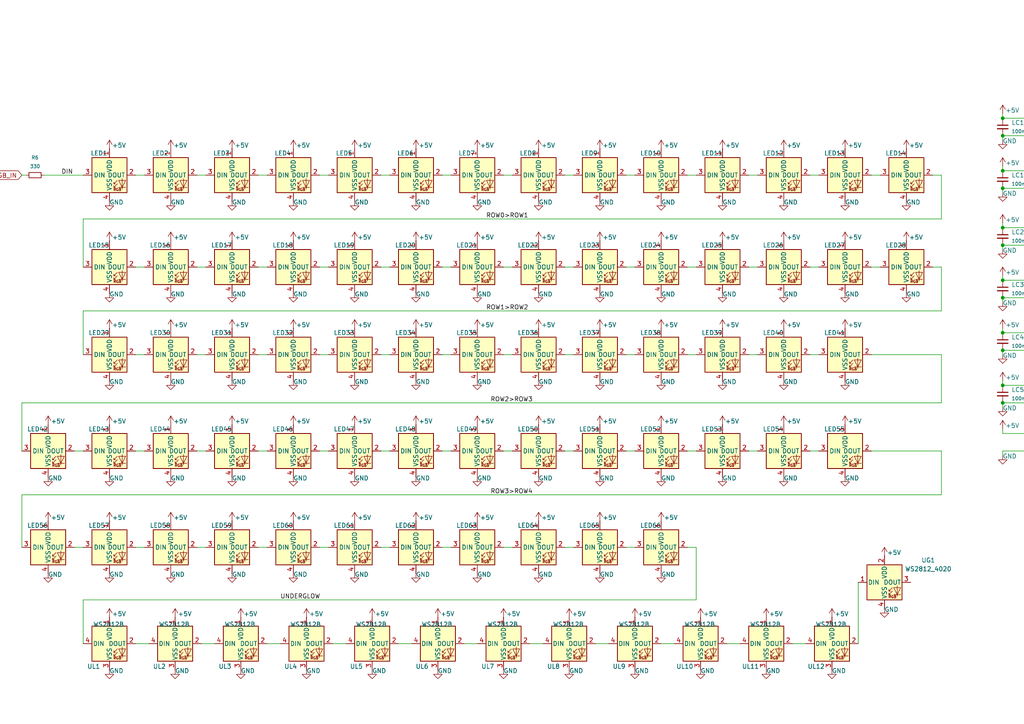
<source format=kicad_sch>
(kicad_sch (version 20250114) (generator "eeschema") (generator_version "9.0")
  (paper "A4")
  (junction (at 372.11 54.61))
  (junction (at 350.52 116.84))
  (junction (at 300.99 81.28))
  (junction (at 290.83 101.6))
  (junction (at 360.68 111.76))
  (junction (at 300.99 49.53))
  (junction (at 350.52 96.52))
  (junction (at 330.2 39.37))
  (junction (at 360.68 81.28))
  (junction (at 372.11 71.12))
  (junction (at 300.99 34.29))
  (junction (at 290.83 66.04))
  (junction (at 372.11 101.6))
  (junction (at 360.68 39.37))
  (junction (at 330.2 111.76))
  (junction (at 320.04 116.84))
  (junction (at 350.52 71.12))
  (junction (at 300.99 66.04))
  (junction (at 300.99 71.12))
  (junction (at 360.68 71.12))
  (junction (at 330.2 66.04))
  (junction (at 300.99 96.52))
  (junction (at 372.11 86.36))
  (junction (at 372.11 116.84))
  (junction (at 342.9 125.73))
  (junction (at 311.15 116.84))
  (junction (at 372.11 66.04))
  (junction (at 300.99 111.76))
  (junction (at 360.68 49.53))
  (junction (at 290.83 71.12))
  (junction (at 290.83 96.52))
  (junction (at 330.2 71.12))
  (junction (at 311.15 130.81))
  (junction (at 311.15 34.29))
  (junction (at 300.99 125.73))
  (junction (at 300.99 54.61))
  (junction (at 290.83 81.28))
  (junction (at 320.04 96.52))
  (junction (at 372.11 39.37))
  (junction (at 321.31 130.81))
  (junction (at 372.11 81.28))
  (junction (at 360.68 34.29))
  (junction (at 340.36 34.29))
  (junction (at 360.68 86.36))
  (junction (at 330.2 49.53))
  (junction (at 320.04 86.36))
  (junction (at 340.36 49.53))
  (junction (at 330.2 81.28))
  (junction (at 360.68 116.84))
  (junction (at 350.52 81.28))
  (junction (at 300.99 116.84))
  (junction (at 350.52 54.61))
  (junction (at 360.68 96.52))
  (junction (at 330.2 101.6))
  (junction (at 320.04 81.28))
  (junction (at 311.15 71.12))
  (junction (at 320.04 49.53))
  (junction (at 372.11 96.52))
  (junction (at 311.15 111.76))
  (junction (at 330.2 116.84))
  (junction (at 311.15 81.28))
  (junction (at 350.52 111.76))
  (junction (at 311.15 39.37))
  (junction (at 330.2 54.61))
  (junction (at 320.04 66.04))
  (junction (at 290.83 49.53))
  (junction (at 331.47 130.81))
  (junction (at 342.9 130.81))
  (junction (at 350.52 66.04))
  (junction (at 300.99 39.37))
  (junction (at 340.36 111.76))
  (junction (at 320.04 111.76))
  (junction (at 320.04 39.37))
  (junction (at 372.11 111.76))
  (junction (at 320.04 34.29))
  (junction (at 290.83 39.37))
  (junction (at 340.36 101.6))
  (junction (at 340.36 54.61))
  (junction (at 311.15 66.04))
  (junction (at 340.36 71.12))
  (junction (at 311.15 86.36))
  (junction (at 350.52 49.53))
  (junction (at 340.36 116.84))
  (junction (at 350.52 39.37))
  (junction (at 290.83 34.29))
  (junction (at 311.15 101.6))
  (junction (at 330.2 86.36))
  (junction (at 290.83 111.76))
  (junction (at 340.36 66.04))
  (junction (at 350.52 86.36))
  (junction (at 290.83 86.36))
  (junction (at 360.68 54.61))
  (junction (at 350.52 101.6))
  (junction (at 330.2 34.29))
  (junction (at 340.36 81.28))
  (junction (at 320.04 71.12))
  (junction (at 311.15 49.53))
  (junction (at 360.68 66.04))
  (junction (at 320.04 54.61))
  (junction (at 300.99 101.6))
  (junction (at 340.36 39.37))
  (junction (at 360.68 101.6))
  (junction (at 340.36 86.36))
  (junction (at 372.11 49.53))
  (junction (at 350.52 34.29))
  (junction (at 311.15 54.61))
  (junction (at 331.47 125.73))
  (junction (at 340.36 96.52))
  (junction (at 311.15 96.52))
  (junction (at 320.04 101.6))
  (junction (at 290.83 116.84))
  (junction (at 300.99 86.36))
  (junction (at 311.15 125.73))
  (junction (at 372.11 34.29))
  (junction (at 321.31 125.73))
  (junction (at 330.2 96.52))
  (junction (at 290.83 54.61))
  (junction (at 300.99 130.81))
  (wire (pts (xy 360.68 66.04) (xy 372.11 66.04)))
  (wire (pts (xy 110.49 102.87) (xy 113.03 102.87)))
  (wire (pts (xy 330.2 101.6) (xy 340.36 101.6)))
  (wire (pts (xy 340.36 96.52) (xy 350.52 96.52)))
  (wire (pts (xy 24.13 63.5) (xy 24.13 77.47)))
  (wire (pts (xy 74.93 102.87) (xy 77.47 102.87)))
  (wire (pts (xy 146.05 50.8) (xy 148.59 50.8)))
  (wire (pts (xy 146.05 130.81) (xy 148.59 130.81)))
  (wire (pts (xy 300.99 71.12) (xy 311.15 71.12)))
  (wire (pts (xy 330.2 96.52) (xy 340.36 96.52)))
  (wire (pts (xy 210.82 186.69) (xy 214.63 186.69)))
  (wire (pts (xy 191.77 186.69) (xy 195.58 186.69)))
  (wire (pts (xy 134.62 186.69) (xy 138.43 186.69)))
  (wire (pts (xy 331.47 130.81) (xy 342.9 130.81)))
  (wire (pts (xy 21.59 158.75) (xy 24.13 158.75)))
  (wire (pts (xy 321.31 125.73) (xy 331.47 125.73)))
  (wire (pts (xy 153.67 186.69) (xy 157.48 186.69)))
  (wire (pts (xy 234.95 102.87) (xy 237.49 102.87)))
  (wire (pts (xy 311.15 111.76) (xy 320.04 111.76)))
  (wire (pts (xy 320.04 116.84) (xy 330.2 116.84)))
  (wire (pts (xy 110.49 77.47) (xy 113.03 77.47)))
  (wire (pts (xy 128.27 77.47) (xy 130.81 77.47)))
  (wire (pts (xy 201.93 158.75) (xy 201.93 173.99)))
  (wire (pts (xy 320.04 71.12) (xy 330.2 71.12)))
  (wire (pts (xy 217.17 77.47) (xy 219.71 77.47)))
  (wire (pts (xy 330.2 111.76) (xy 340.36 111.76)))
  (wire (pts (xy 110.49 50.8) (xy 113.03 50.8)))
  (wire (pts (xy 273.05 50.8) (xy 273.05 63.5)))
  (wire (pts (xy 273.05 63.5) (xy 24.13 63.5)))
  (wire (pts (xy 350.52 101.6) (xy 360.68 101.6)))
  (wire (pts (xy 340.36 66.04) (xy 350.52 66.04)))
  (wire (pts (xy 320.04 66.04) (xy 330.2 66.04)))
  (wire (pts (xy 252.73 130.81) (xy 273.05 130.81)))
  (wire (pts (xy 360.68 54.61) (xy 372.11 54.61)))
  (wire (pts (xy 311.15 71.12) (xy 320.04 71.12)))
  (wire (pts (xy 252.73 77.47) (xy 255.27 77.47)))
  (wire (pts (xy 39.37 158.75) (xy 41.91 158.75)))
  (wire (pts (xy 96.52 186.69) (xy 100.33 186.69)))
  (wire (pts (xy 163.83 77.47) (xy 166.37 77.47)))
  (wire (pts (xy 372.11 101.6) (xy 382.27 101.6)))
  (wire (pts (xy 350.52 96.52) (xy 360.68 96.52)))
  (wire (pts (xy 300.99 86.36) (xy 311.15 86.36)))
  (wire (pts (xy 300.99 49.53) (xy 311.15 49.53)))
  (wire (pts (xy 290.83 34.29) (xy 300.99 34.29)))
  (wire (pts (xy 311.15 96.52) (xy 320.04 96.52)))
  (wire (pts (xy 273.05 77.47) (xy 273.05 90.17)))
  (wire (pts (xy 340.36 49.53) (xy 350.52 49.53)))
  (wire (pts (xy 6.35 50.8) (xy 7.62 50.8)))
  (wire (pts (xy 372.11 34.29) (xy 382.27 34.29)))
  (wire (pts (xy 300.99 101.6) (xy 311.15 101.6)))
  (wire (pts (xy 360.68 96.52) (xy 372.11 96.52)))
  (wire (pts (xy 92.71 50.8) (xy 95.25 50.8)))
  (wire (pts (xy 290.83 81.28) (xy 300.99 81.28)))
  (wire (pts (xy 320.04 39.37) (xy 330.2 39.37)))
  (wire (pts (xy 372.11 54.61) (xy 382.27 54.61)))
  (wire (pts (xy 290.83 49.53) (xy 300.99 49.53)))
  (wire (pts (xy 39.37 130.81) (xy 41.91 130.81)))
  (wire (pts (xy 39.37 102.87) (xy 41.91 102.87)))
  (wire (pts (xy 39.37 77.47) (xy 41.91 77.47)))
  (wire (pts (xy 330.2 66.04) (xy 340.36 66.04)))
  (wire (pts (xy 74.93 130.81) (xy 77.47 130.81)))
  (wire (pts (xy 321.31 130.81) (xy 331.47 130.81)))
  (wire (pts (xy 300.99 116.84) (xy 311.15 116.84)))
  (wire (pts (xy 199.39 158.75) (xy 201.93 158.75)))
  (wire (pts (xy 311.15 86.36) (xy 320.04 86.36)))
  (wire (pts (xy 372.11 116.84) (xy 382.27 116.84)))
  (wire (pts (xy 290.83 110.49) (xy 290.83 111.76)))
  (wire (pts (xy 199.39 102.87) (xy 201.93 102.87)))
  (wire (pts (xy 290.83 55.88) (xy 290.83 54.61)))
  (wire (pts (xy 146.05 102.87) (xy 148.59 102.87)))
  (wire (pts (xy 181.61 158.75) (xy 184.15 158.75)))
  (wire (pts (xy 350.52 49.53) (xy 360.68 49.53)))
  (wire (pts (xy 290.83 96.52) (xy 300.99 96.52)))
  (wire (pts (xy 331.47 125.73) (xy 342.9 125.73)))
  (wire (pts (xy 320.04 54.61) (xy 330.2 54.61)))
  (wire (pts (xy 300.99 125.73) (xy 311.15 125.73)))
  (wire (pts (xy 350.52 71.12) (xy 360.68 71.12)))
  (wire (pts (xy 181.61 102.87) (xy 184.15 102.87)))
  (wire (pts (xy 290.83 95.25) (xy 290.83 96.52)))
  (wire (pts (xy 360.68 81.28) (xy 372.11 81.28)))
  (wire (pts (xy 372.11 86.36) (xy 382.27 86.36)))
  (wire (pts (xy 248.92 168.91) (xy 248.92 186.69)))
  (wire (pts (xy 350.52 66.04) (xy 360.68 66.04)))
  (wire (pts (xy 201.93 173.99) (xy 24.13 173.99)))
  (wire (pts (xy 58.42 186.69) (xy 62.23 186.69)))
  (wire (pts (xy 320.04 96.52) (xy 330.2 96.52)))
  (wire (pts (xy 128.27 102.87) (xy 130.81 102.87)))
  (wire (pts (xy 330.2 34.29) (xy 340.36 34.29)))
  (wire (pts (xy 290.83 48.26) (xy 290.83 49.53)))
  (wire (pts (xy 290.83 66.04) (xy 300.99 66.04)))
  (wire (pts (xy 342.9 130.81) (xy 353.06 130.81)))
  (wire (pts (xy 372.11 66.04) (xy 382.27 66.04)))
  (wire (pts (xy 350.52 81.28) (xy 360.68 81.28)))
  (wire (pts (xy 57.15 102.87) (xy 59.69 102.87)))
  (wire (pts (xy 330.2 81.28) (xy 340.36 81.28)))
  (wire (pts (xy 311.15 49.53) (xy 320.04 49.53)))
  (wire (pts (xy 24.13 90.17) (xy 24.13 102.87)))
  (wire (pts (xy 199.39 77.47) (xy 201.93 77.47)))
  (wire (pts (xy 340.36 81.28) (xy 350.52 81.28)))
  (wire (pts (xy 311.15 81.28) (xy 320.04 81.28)))
  (wire (pts (xy 273.05 130.81) (xy 273.05 143.51)))
  (wire (pts (xy 92.71 158.75) (xy 95.25 158.75)))
  (wire (pts (xy 311.15 125.73) (xy 321.31 125.73)))
  (wire (pts (xy 340.36 116.84) (xy 350.52 116.84)))
  (wire (pts (xy 21.59 130.81) (xy 24.13 130.81)))
  (wire (pts (xy 92.71 102.87) (xy 95.25 102.87)))
  (wire (pts (xy 360.68 111.76) (xy 372.11 111.76)))
  (wire (pts (xy 330.2 86.36) (xy 340.36 86.36)))
  (wire (pts (xy 181.61 130.81) (xy 184.15 130.81)))
  (wire (pts (xy 360.68 116.84) (xy 372.11 116.84)))
  (wire (pts (xy 290.83 124.46) (xy 290.83 125.73)))
  (wire (pts (xy 300.99 34.29) (xy 311.15 34.29)))
  (wire (pts (xy 290.83 116.84) (xy 300.99 116.84)))
  (wire (pts (xy 290.83 118.11) (xy 290.83 116.84)))
  (wire (pts (xy 163.83 130.81) (xy 166.37 130.81)))
  (wire (pts (xy 57.15 77.47) (xy 59.69 77.47)))
  (wire (pts (xy 57.15 50.8) (xy 59.69 50.8)))
  (wire (pts (xy 290.83 130.81) (xy 300.99 130.81)))
  (wire (pts (xy 372.11 96.52) (xy 382.27 96.52)))
  (wire (pts (xy 57.15 130.81) (xy 59.69 130.81)))
  (wire (pts (xy 320.04 34.29) (xy 330.2 34.29)))
  (wire (pts (xy 163.83 50.8) (xy 166.37 50.8)))
  (wire (pts (xy 320.04 81.28) (xy 330.2 81.28)))
  (wire (pts (xy 229.87 186.69) (xy 233.68 186.69)))
  (wire (pts (xy 290.83 33.02) (xy 290.83 34.29)))
  (wire (pts (xy 110.49 130.81) (xy 113.03 130.81)))
  (wire (pts (xy 330.2 71.12) (xy 340.36 71.12)))
  (wire (pts (xy 360.68 34.29) (xy 372.11 34.29)))
  (wire (pts (xy 290.83 111.76) (xy 300.99 111.76)))
  (wire (pts (xy 342.9 125.73) (xy 353.06 125.73)))
  (wire (pts (xy 273.05 102.87) (xy 273.05 116.84)))
  (wire (pts (xy 74.93 158.75) (xy 77.47 158.75)))
  (wire (pts (xy 290.83 72.39) (xy 290.83 71.12)))
  (wire (pts (xy 320.04 101.6) (xy 330.2 101.6)))
  (wire (pts (xy 350.52 34.29) (xy 360.68 34.29)))
  (wire (pts (xy 340.36 54.61) (xy 350.52 54.61)))
  (wire (pts (xy 360.68 49.53) (xy 372.11 49.53)))
  (wire (pts (xy 372.11 49.53) (xy 382.27 49.53)))
  (wire (pts (xy 290.83 101.6) (xy 300.99 101.6)))
  (wire (pts (xy 128.27 50.8) (xy 130.81 50.8)))
  (wire (pts (xy 39.37 186.69) (xy 43.18 186.69)))
  (wire (pts (xy 340.36 71.12) (xy 350.52 71.12)))
  (wire (pts (xy 234.95 77.47) (xy 237.49 77.47)))
  (wire (pts (xy 300.99 39.37) (xy 311.15 39.37)))
  (wire (pts (xy 360.68 39.37) (xy 372.11 39.37)))
  (wire (pts (xy 234.95 50.8) (xy 237.49 50.8)))
  (wire (pts (xy 57.15 158.75) (xy 59.69 158.75)))
  (wire (pts (xy 217.17 102.87) (xy 219.71 102.87)))
  (wire (pts (xy 300.99 81.28) (xy 311.15 81.28)))
  (wire (pts (xy 320.04 111.76) (xy 330.2 111.76)))
  (wire (pts (xy 6.35 116.84) (xy 273.05 116.84)))
  (wire (pts (xy 350.52 39.37) (xy 360.68 39.37)))
  (wire (pts (xy 320.04 86.36) (xy 330.2 86.36)))
  (wire (pts (xy 74.93 77.47) (xy 77.47 77.47)))
  (wire (pts (xy 372.11 39.37) (xy 382.27 39.37)))
  (wire (pts (xy 290.83 80.01) (xy 290.83 81.28)))
  (wire (pts (xy 110.49 158.75) (xy 113.03 158.75)))
  (wire (pts (xy 115.57 186.69) (xy 119.38 186.69)))
  (wire (pts (xy 181.61 77.47) (xy 184.15 77.47)))
  (wire (pts (xy 181.61 50.8) (xy 184.15 50.8)))
  (wire (pts (xy 290.83 125.73) (xy 300.99 125.73)))
  (wire (pts (xy 217.17 50.8) (xy 219.71 50.8)))
  (wire (pts (xy 290.83 64.77) (xy 290.83 66.04)))
  (wire (pts (xy 330.2 49.53) (xy 340.36 49.53)))
  (wire (pts (xy 6.35 143.51) (xy 273.05 143.51)))
  (wire (pts (xy 290.83 39.37) (xy 300.99 39.37)))
  (wire (pts (xy 290.83 86.36) (xy 300.99 86.36)))
  (wire (pts (xy 340.36 86.36) (xy 350.52 86.36)))
  (wire (pts (xy 290.83 87.63) (xy 290.83 86.36)))
  (wire (pts (xy 311.15 34.29) (xy 320.04 34.29)))
  (wire (pts (xy 350.52 111.76) (xy 360.68 111.76)))
  (wire (pts (xy 234.95 130.81) (xy 237.49 130.81)))
  (wire (pts (xy 350.52 54.61) (xy 360.68 54.61)))
  (wire (pts (xy 128.27 130.81) (xy 130.81 130.81)))
  (wire (pts (xy 300.99 96.52) (xy 311.15 96.52)))
  (wire (pts (xy 372.11 111.76) (xy 382.27 111.76)))
  (wire (pts (xy 252.73 50.8) (xy 255.27 50.8)))
  (wire (pts (xy 146.05 158.75) (xy 148.59 158.75)))
  (wire (pts (xy 372.11 71.12) (xy 382.27 71.12)))
  (wire (pts (xy 290.83 40.64) (xy 290.83 39.37)))
  (wire (pts (xy 217.17 130.81) (xy 219.71 130.81)))
  (wire (pts (xy 199.39 50.8) (xy 201.93 50.8)))
  (wire (pts (xy 311.15 130.81) (xy 321.31 130.81)))
  (wire (pts (xy 360.68 71.12) (xy 372.11 71.12)))
  (wire (pts (xy 92.71 130.81) (xy 95.25 130.81)))
  (wire (pts (xy 350.52 86.36) (xy 360.68 86.36)))
  (wire (pts (xy 300.99 54.61) (xy 311.15 54.61)))
  (wire (pts (xy 311.15 39.37) (xy 320.04 39.37)))
  (wire (pts (xy 163.83 102.87) (xy 166.37 102.87)))
  (wire (pts (xy 290.83 71.12) (xy 300.99 71.12)))
  (wire (pts (xy 199.39 130.81) (xy 201.93 130.81)))
  (wire (pts (xy 92.71 77.47) (xy 95.25 77.47)))
  (wire (pts (xy 360.68 101.6) (xy 372.11 101.6)))
  (wire (pts (xy 270.51 50.8) (xy 273.05 50.8)))
  (wire (pts (xy 300.99 111.76) (xy 311.15 111.76)))
  (wire (pts (xy 74.93 50.8) (xy 77.47 50.8)))
  (wire (pts (xy 340.36 101.6) (xy 350.52 101.6)))
  (wire (pts (xy 311.15 116.84) (xy 320.04 116.84)))
  (wire (pts (xy 6.35 143.51) (xy 6.35 158.75)))
  (wire (pts (xy 252.73 102.87) (xy 273.05 102.87)))
  (wire (pts (xy 311.15 101.6) (xy 320.04 101.6)))
  (wire (pts (xy 311.15 66.04) (xy 320.04 66.04)))
  (wire (pts (xy 77.47 186.69) (xy 81.28 186.69)))
  (wire (pts (xy 372.11 81.28) (xy 382.27 81.28)))
  (wire (pts (xy 172.72 186.69) (xy 176.53 186.69)))
  (wire (pts (xy 128.27 158.75) (xy 130.81 158.75)))
  (wire (pts (xy 340.36 111.76) (xy 350.52 111.76)))
  (wire (pts (xy 311.15 54.61) (xy 320.04 54.61)))
  (wire (pts (xy 6.35 116.84) (xy 6.35 130.81)))
  (wire (pts (xy 300.99 130.81) (xy 311.15 130.81)))
  (wire (pts (xy 273.05 90.17) (xy 24.13 90.17)))
  (wire (pts (xy 340.36 39.37) (xy 350.52 39.37)))
  (wire (pts (xy 290.83 102.87) (xy 290.83 101.6)))
  (wire (pts (xy 330.2 54.61) (xy 340.36 54.61)))
  (wire (pts (xy 330.2 39.37) (xy 340.36 39.37)))
  (wire (pts (xy 39.37 50.8) (xy 41.91 50.8)))
  (wire (pts (xy 350.52 116.84) (xy 360.68 116.84)))
  (wire (pts (xy 12.7 50.8) (xy 24.13 50.8)))
  (wire (pts (xy 300.99 66.04) (xy 311.15 66.04)))
  (wire (pts (xy 320.04 49.53) (xy 330.2 49.53)))
  (wire (pts (xy 330.2 116.84) (xy 340.36 116.84)))
  (wire (pts (xy 340.36 34.29) (xy 350.52 34.29)))
  (wire (pts (xy 24.13 173.99) (xy 24.13 186.69)))
  (wire (pts (xy 163.83 158.75) (xy 166.37 158.75)))
  (wire (pts (xy 290.83 54.61) (xy 300.99 54.61)))
  (wire (pts (xy 146.05 77.47) (xy 148.59 77.47)))
  (wire (pts (xy 270.51 77.47) (xy 273.05 77.47)))
  (wire (pts (xy 360.68 86.36) (xy 372.11 86.36)))
  (wire (pts (xy 290.83 130.81) (xy 290.83 132.08)))
  (label "ROW1>ROW2" (at 140.97 90.17 0))
  (label "ROW3>ROW4" (at 142.24 143.51 0))
  (label "UNDERGLOW" (at 81.28 173.99 0))
  (label "ROW2>ROW3" (at 142.24 116.84 0))
  (label "DIN" (at 17.78 50.8 0))
  (label "ROW0>ROW1" (at 140.97 63.5 0))
  (global_label "RGB_IN" (shape input) (at 6.35 50.8 180) (property "Intersheetrefs" "${INTERSHEET_REFS}" (effects (hide yes))))
  (symbol (lib_id "power:+5V") (at 245.11 123.19 0) (unit 1)
    (property "Reference" "#PWR0125" (effects (hide yes)))
    (property "Value" "+5V" (at 247.904 122.174 0))
    (property "Description" "Power symbol creates a global label with name \"+5V\"" (effects (hide yes)))
  )
  (symbol (lib_id "power:+5V") (at 88.9 179.07 0) (unit 1)
    (property "Reference" "#PWR0175" (effects (hide yes)))
    (property "Value" "+5V" (at 91.694 178.054 0))
    (property "Description" "Power symbol creates a global label with name \"+5V\"" (effects (hide yes)))
  )
  (symbol (lib_id "power:+5V") (at 290.83 95.25 0) (unit 1)
    (property "Reference" "#PWR0196" (effects (hide yes)))
    (property "Value" "+5V" (at 293.624 94.234 0))
    (property "Description" "Power symbol creates a global label with name \"+5V\"" (effects (hide yes)))
  )
  (symbol (lib_id "power:GND") (at 209.55 85.09 0) (unit 1)
    (property "Reference" "#PWR081" (effects (hide yes)))
    (property "Value" "GND" (at 211.582 85.344 0))
    (property "Description" "Power symbol creates a global label with name \"GND\" , ground" (effects (hide yes)))
  )
  (symbol (lib_id "power:GND") (at 173.99 58.42 0) (unit 1)
    (property "Reference" "#PWR053" (effects (hide yes)))
    (property "Value" "GND" (at 176.022 58.674 0))
    (property "Description" "Power symbol creates a global label with name \"GND\" , ground" (effects (hide yes)))
  )
  (symbol (lib_id "power:GND") (at 102.87 138.43 0) (unit 1)
    (property "Reference" "#PWR0131" (effects (hide yes)))
    (property "Value" "GND" (at 104.902 138.684 0))
    (property "Description" "Power symbol creates a global label with name \"GND\" , ground" (effects (hide yes)))
  )
  (symbol (lib_id "power:+5V") (at 13.97 123.19 0) (unit 1)
    (property "Reference" "#PWR098" (effects (hide yes)))
    (property "Value" "+5V" (at 16.764 122.174 0))
    (property "Description" "Power symbol creates a global label with name \"+5V\"" (effects (hide yes)))
  )
  (symbol (lib_id "power:+5V") (at 245.11 69.85 0) (unit 1)
    (property "Reference" "#PWR069" (effects (hide yes)))
    (property "Value" "+5V" (at 247.904 68.834 0))
    (property "Description" "Power symbol creates a global label with name \"+5V\"" (effects (hide yes)))
  )
  (symbol (lib_id "Mars_Library:C_0402") (at 342.9 128.27 0) (unit 1)
    (property "Reference" "LC65" (at 345.44 127.0062 0) (effects (justify left)))
    (property "Value" "100n" (at 345.44 129.5463 0) (effects (font (size 1 1)) (justify left)))
    (property "Footprint" "Capacitor_SMD:C_0402_1005Metric_Pad0.74x0.62mm_HandSolder" (effects (hide yes)))
    (property "Description" "Unpolarized capacitor, small symbol" (effects (hide yes)))
  )
  (symbol (lib_id "power:GND") (at 138.43 138.43 0) (unit 1)
    (property "Reference" "#PWR0133" (effects (hide yes)))
    (property "Value" "GND" (at 140.462 138.684 0))
    (property "Description" "Power symbol creates a global label with name \"GND\" , ground" (effects (hide yes)))
  )
  (symbol (lib_id "power:GND") (at 156.21 110.49 0) (unit 1)
    (property "Reference" "#PWR0106" (effects (hide yes)))
    (property "Value" "GND" (at 158.242 110.744 0))
    (property "Description" "Power symbol creates a global label with name \"GND\" , ground" (effects (hide yes)))
  )
  (symbol (lib_id "Mars_Library:C_0402") (at 330.2 36.83 0) (unit 1)
    (property "Reference" "LC5" (at 332.74 35.5662 0) (effects (justify left)))
    (property "Value" "100n" (at 332.74 38.1063 0) (effects (font (size 1 1)) (justify left)))
    (property "Footprint" "Capacitor_SMD:C_0402_1005Metric_Pad0.74x0.62mm_HandSolder" (effects (hide yes)))
    (property "Description" "Unpolarized capacitor, small symbol" (effects (hide yes)))
  )
  (symbol (lib_id "power:+5V") (at 120.65 69.85 0) (unit 1)
    (property "Reference" "#PWR062" (effects (hide yes)))
    (property "Value" "+5V" (at 123.444 68.834 0))
    (property "Description" "Power symbol creates a global label with name \"+5V\"" (effects (hide yes)))
  )
  (symbol (lib_id "power:GND") (at 102.87 85.09 0) (unit 1)
    (property "Reference" "#PWR075" (effects (hide yes)))
    (property "Value" "GND" (at 104.902 85.344 0))
    (property "Description" "Power symbol creates a global label with name \"GND\" , ground" (effects (hide yes)))
  )
  (symbol (lib_id "PCM_marbastlib-various:SK6812MINI-E") (at 173.99 158.75 0) (unit 1)
    (property "Reference" "LED65" (at 170.942 152.4 0))
    (property "Value" "SK6812MINI-E" (effects (hide yes)))
    (property "Footprint" "PCM_marbastlib-various:LED_6028R" (effects (hide yes)))
    (property "Description" "Reverse mount adressable LED (WS2812 protocol)" (effects (hide yes)))
  )
  (symbol (lib_id "power:+5V") (at 85.09 123.19 0) (unit 1)
    (property "Reference" "#PWR0116" (effects (hide yes)))
    (property "Value" "+5V" (at 87.884 122.174 0))
    (property "Description" "Power symbol creates a global label with name \"+5V\"" (effects (hide yes)))
  )
  (symbol (lib_id "power:+5V") (at 31.75 43.18 0) (unit 1)
    (property "Reference" "#PWR029" (effects (hide yes)))
    (property "Value" "+5V" (at 34.544 42.164 0))
    (property "Description" "Power symbol creates a global label with name \"+5V\"" (effects (hide yes)))
  )
  (symbol (lib_id "power:GND") (at 156.21 58.42 0) (unit 1)
    (property "Reference" "#PWR044" (effects (hide yes)))
    (property "Value" "GND" (at 158.242 58.674 0))
    (property "Description" "Power symbol creates a global label with name \"GND\" , ground" (effects (hide yes)))
  )
  (symbol (lib_id "PCM_marbastlib-various:SK6812MINI-E") (at 49.53 77.47 0) (unit 1)
    (property "Reference" "LED16" (at 46.482 71.12 0))
    (property "Value" "SK6812MINI-E" (effects (hide yes)))
    (property "Footprint" "PCM_marbastlib-various:LED_6028R" (effects (hide yes)))
    (property "Description" "Reverse mount adressable LED (WS2812 protocol)" (effects (hide yes)))
  )
  (symbol (lib_id "PCM_marbastlib-various:WS2812_4020") (at 256.54 168.91 0) (unit 1)
    (property "Reference" "UG1" (at 269.24 162.4898 0))
    (property "Value" "WS2812_4020" (at 269.24 165.0298 0))
    (property "Footprint" "PCM_marbastlib-various:LED_WS2812_4020" (effects (hide yes)))
    (property "Datasheet" "https://datasheet.lcsc.com/lcsc/2012110135_Worldsemi-WS2812B-4020_C965557.pdf" (effects (hide yes)))
    (property "Description" "4020 SMD adressable RGB LED with integrated controller" (effects (hide yes)))
  )
  (symbol (lib_id "power:+5V") (at 173.99 69.85 0) (unit 1)
    (property "Reference" "#PWR065" (effects (hide yes)))
    (property "Value" "+5V" (at 176.784 68.834 0))
    (property "Description" "Power symbol creates a global label with name \"+5V\"" (effects (hide yes)))
  )
  (symbol (lib_id "power:GND") (at 67.31 58.42 0) (unit 1)
    (property "Reference" "#PWR034" (effects (hide yes)))
    (property "Value" "GND" (at 69.342 58.674 0))
    (property "Description" "Power symbol creates a global label with name \"GND\" , ground" (effects (hide yes)))
  )
  (symbol (lib_id "PCM_marbastlib-various:SK6812MINI-E") (at 209.55 50.8 0) (unit 1)
    (property "Reference" "LED11" (at 206.502 44.45 0))
    (property "Value" "SK6812MINI-E" (effects (hide yes)))
    (property "Footprint" "PCM_marbastlib-various:LED_6028R" (effects (hide yes)))
    (property "Description" "Reverse mount adressable LED (WS2812 protocol)" (effects (hide yes)))
  )
  (symbol (lib_id "power:GND") (at 31.75 166.37 0) (unit 1)
    (property "Reference" "#PWR0155" (effects (hide yes)))
    (property "Value" "GND" (at 33.782 166.624 0))
    (property "Description" "Power symbol creates a global label with name \"GND\" , ground" (effects (hide yes)))
  )
  (symbol (lib_id "PCM_marbastlib-various:SK6812MINI-E") (at 173.99 102.87 0) (unit 1)
    (property "Reference" "LED37" (at 170.942 96.52 0))
    (property "Value" "SK6812MINI-E" (effects (hide yes)))
    (property "Footprint" "PCM_marbastlib-various:LED_6028R" (effects (hide yes)))
    (property "Description" "Reverse mount adressable LED (WS2812 protocol)" (effects (hide yes)))
  )
  (symbol (lib_id "power:+5V") (at 227.33 69.85 0) (unit 1)
    (property "Reference" "#PWR068" (effects (hide yes)))
    (property "Value" "+5V" (at 230.124 68.834 0))
    (property "Description" "Power symbol creates a global label with name \"+5V\"" (effects (hide yes)))
  )
  (symbol (lib_id "PCM_marbastlib-various:SK6812MINI-E") (at 31.75 158.75 0) (unit 1)
    (property "Reference" "LED57" (at 28.702 152.4 0))
    (property "Value" "SK6812MINI-E" (effects (hide yes)))
    (property "Footprint" "PCM_marbastlib-various:LED_6028R" (effects (hide yes)))
    (property "Description" "Reverse mount adressable LED (WS2812 protocol)" (effects (hide yes)))
  )
  (symbol (lib_id "power:GND") (at 173.99 166.37 0) (unit 1)
    (property "Reference" "#PWR0163" (effects (hide yes)))
    (property "Value" "GND" (at 176.022 166.624 0))
    (property "Description" "Power symbol creates a global label with name \"GND\" , ground" (effects (hide yes)))
  )
  (symbol (lib_id "power:GND") (at 209.55 58.42 0) (unit 1)
    (property "Reference" "#PWR055" (effects (hide yes)))
    (property "Value" "GND" (at 211.582 58.674 0))
    (property "Description" "Power symbol creates a global label with name \"GND\" , ground" (effects (hide yes)))
  )
  (symbol (lib_id "Mars_Library:C_0402") (at 353.06 128.27 0) (unit 1)
    (property "Reference" "LC66" (at 355.6 127.0062 0) (effects (justify left)))
    (property "Value" "100n" (at 355.6 129.5463 0) (effects (font (size 1 1)) (justify left)))
    (property "Footprint" "Capacitor_SMD:C_0402_1005Metric_Pad0.74x0.62mm_HandSolder" (effects (hide yes)))
    (property "Description" "Unpolarized capacitor, small symbol" (effects (hide yes)))
  )
  (symbol (lib_id "power:GND") (at 290.83 55.88 0) (unit 1)
    (property "Reference" "#PWR0191" (effects (hide yes)))
    (property "Value" "GND" (at 292.862 56.134 0))
    (property "Description" "Power symbol creates a global label with name \"GND\" , ground" (effects (hide yes)))
  )
  (symbol (lib_id "power:GND") (at 245.11 110.49 0) (unit 1)
    (property "Reference" "#PWR0111" (effects (hide yes)))
    (property "Value" "GND" (at 247.142 110.744 0))
    (property "Description" "Power symbol creates a global label with name \"GND\" , ground" (effects (hide yes)))
  )
  (symbol (lib_id "power:GND") (at 290.83 40.64 0) (unit 1)
    (property "Reference" "#PWR0189" (effects (hide yes)))
    (property "Value" "GND" (at 292.862 40.894 0))
    (property "Description" "Power symbol creates a global label with name \"GND\" , ground" (effects (hide yes)))
  )
  (symbol (lib_id "PCM_marbastlib-various:SK6812MINI-E") (at 227.33 102.87 0) (unit 1)
    (property "Reference" "LED40" (at 224.282 96.52 0))
    (property "Value" "SK6812MINI-E" (effects (hide yes)))
    (property "Footprint" "PCM_marbastlib-various:LED_6028R" (effects (hide yes)))
    (property "Description" "Reverse mount adressable LED (WS2812 protocol)" (effects (hide yes)))
  )
  (symbol (lib_id "Mars_Library:C_0402") (at 340.36 36.83 0) (unit 1)
    (property "Reference" "LC6" (at 342.9 35.5662 0) (effects (justify left)))
    (property "Value" "100n" (at 342.9 38.1063 0) (effects (font (size 1 1)) (justify left)))
    (property "Footprint" "Capacitor_SMD:C_0402_1005Metric_Pad0.74x0.62mm_HandSolder" (effects (hide yes)))
    (property "Description" "Unpolarized capacitor, small symbol" (effects (hide yes)))
  )
  (symbol (lib_id "PCM_marbastlib-various:SK6812MINI-E") (at 156.21 130.81 0) (unit 1)
    (property "Reference" "LED50" (at 153.162 124.46 0))
    (property "Value" "SK6812MINI-E" (effects (hide yes)))
    (property "Footprint" "PCM_marbastlib-various:LED_6028R" (effects (hide yes)))
    (property "Description" "Reverse mount adressable LED (WS2812 protocol)" (effects (hide yes)))
  )
  (symbol (lib_id "LED:WS2812B") (at 146.05 186.69 0) (unit 1)
    (property "Reference" "UL7" (at 141.478 193.294 0))
    (property "Value" "WS2812B" (at 145.796 181.102 0))
    (property "Footprint" "LED_SMD:LED_WS2812B_PLCC4_5.0x5.0mm_P3.2mm" (effects (hide yes)))
    (property "Datasheet" "https://cdn-shop.adafruit.com/datasheets/WS2812B.pdf" (effects (hide yes)))
    (property "Description" "RGB LED with integrated controller" (effects (hide yes)))
  )
  (symbol (lib_id "power:+5V") (at 173.99 95.25 0) (unit 1)
    (property "Reference" "#PWR093" (effects (hide yes)))
    (property "Value" "+5V" (at 176.784 94.234 0))
    (property "Description" "Power symbol creates a global label with name \"+5V\"" (effects (hide yes)))
  )
  (symbol (lib_id "Mars_Library:C_0402") (at 372.11 114.3 0) (unit 1)
    (property "Reference" "LC59" (at 374.65 113.0362 0) (effects (justify left)))
    (property "Value" "100n" (at 374.65 115.5763 0) (effects (font (size 1 1)) (justify left)))
    (property "Footprint" "Capacitor_SMD:C_0402_1005Metric_Pad0.74x0.62mm_HandSolder" (effects (hide yes)))
    (property "Description" "Unpolarized capacitor, small symbol" (effects (hide yes)))
  )
  (symbol (lib_id "power:GND") (at 49.53 58.42 0) (unit 1)
    (property "Reference" "#PWR032" (effects (hide yes)))
    (property "Value" "GND" (at 51.562 58.674 0))
    (property "Description" "Power symbol creates a global label with name \"GND\" , ground" (effects (hide yes)))
  )
  (symbol (lib_id "power:GND") (at 102.87 110.49 0) (unit 1)
    (property "Reference" "#PWR0103" (effects (hide yes)))
    (property "Value" "GND" (at 104.902 110.744 0))
    (property "Description" "Power symbol creates a global label with name \"GND\" , ground" (effects (hide yes)))
  )
  (symbol (lib_id "power:GND") (at 13.97 138.43 0) (unit 1)
    (property "Reference" "#PWR0112" (effects (hide yes)))
    (property "Value" "GND" (at 16.002 138.684 0))
    (property "Description" "Power symbol creates a global label with name \"GND\" , ground" (effects (hide yes)))
  )
  (symbol (lib_id "Mars_Library:C_0402") (at 382.27 68.58 0) (unit 1)
    (property "Reference" "LC30" (at 384.81 67.3162 0) (effects (justify left)))
    (property "Value" "100n" (at 384.81 69.8563 0) (effects (font (size 1 1)) (justify left)))
    (property "Footprint" "Capacitor_SMD:C_0402_1005Metric_Pad0.74x0.62mm_HandSolder" (effects (hide yes)))
    (property "Description" "Unpolarized capacitor, small symbol" (effects (hide yes)))
  )
  (symbol (lib_id "Mars_Library:C_0402") (at 360.68 52.07 0) (unit 1)
    (property "Reference" "LC18" (at 363.22 50.8062 0) (effects (justify left)))
    (property "Value" "100n" (at 363.22 53.3463 0) (effects (font (size 1 1)) (justify left)))
    (property "Footprint" "Capacitor_SMD:C_0402_1005Metric_Pad0.74x0.62mm_HandSolder" (effects (hide yes)))
    (property "Description" "Unpolarized capacitor, small symbol" (effects (hide yes)))
  )
  (symbol (lib_id "power:GND") (at 209.55 110.49 0) (unit 1)
    (property "Reference" "#PWR0109" (effects (hide yes)))
    (property "Value" "GND" (at 211.582 110.744 0))
    (property "Description" "Power symbol creates a global label with name \"GND\" , ground" (effects (hide yes)))
  )
  (symbol (lib_id "Mars_Library:C_0402") (at 360.68 68.58 0) (unit 1)
    (property "Reference" "LC28" (at 363.22 67.3162 0) (effects (justify left)))
    (property "Value" "100n" (at 363.22 69.8563 0) (effects (font (size 1 1)) (justify left)))
    (property "Footprint" "Capacitor_SMD:C_0402_1005Metric_Pad0.74x0.62mm_HandSolder" (effects (hide yes)))
    (property "Description" "Unpolarized capacitor, small symbol" (effects (hide yes)))
  )
  (symbol (lib_id "power:+5V") (at 67.31 151.13 0) (unit 1)
    (property "Reference" "#PWR0143" (effects (hide yes)))
    (property "Value" "+5V" (at 70.104 150.114 0))
    (property "Description" "Power symbol creates a global label with name \"+5V\"" (effects (hide yes)))
  )
  (symbol (lib_id "Mars_Library:C_0402") (at 382.27 83.82 0) (unit 1)
    (property "Reference" "LC40" (at 384.81 82.5562 0) (effects (justify left)))
    (property "Value" "100n" (at 384.81 85.0963 0) (effects (font (size 1 1)) (justify left)))
    (property "Footprint" "Capacitor_SMD:C_0402_1005Metric_Pad0.74x0.62mm_HandSolder" (effects (hide yes)))
    (property "Description" "Unpolarized capacitor, small symbol" (effects (hide yes)))
  )
  (symbol (lib_id "power:GND") (at 173.99 110.49 0) (unit 1)
    (property "Reference" "#PWR0107" (effects (hide yes)))
    (property "Value" "GND" (at 176.022 110.744 0))
    (property "Description" "Power symbol creates a global label with name \"GND\" , ground" (effects (hide yes)))
  )
  (symbol (lib_id "power:+5V") (at 156.21 43.18 0) (unit 1)
    (property "Reference" "#PWR040" (effects (hide yes)))
    (property "Value" "+5V" (at 159.004 42.164 0))
    (property "Description" "Power symbol creates a global label with name \"+5V\"" (effects (hide yes)))
  )
  (symbol (lib_id "power:+5V") (at 49.53 123.19 0) (unit 1)
    (property "Reference" "#PWR0114" (effects (hide yes)))
    (property "Value" "+5V" (at 52.324 122.174 0))
    (property "Description" "Power symbol creates a global label with name \"+5V\"" (effects (hide yes)))
  )
  (symbol (lib_id "power:GND") (at 120.65 110.49 0) (unit 1)
    (property "Reference" "#PWR0104" (effects (hide yes)))
    (property "Value" "GND" (at 122.682 110.744 0))
    (property "Description" "Power symbol creates a global label with name \"GND\" , ground" (effects (hide yes)))
  )
  (symbol (lib_id "PCM_marbastlib-various:SK6812MINI-E") (at 156.21 158.75 0) (unit 1)
    (property "Reference" "LED64" (at 153.162 152.4 0))
    (property "Value" "SK6812MINI-E" (effects (hide yes)))
    (property "Footprint" "PCM_marbastlib-various:LED_6028R" (effects (hide yes)))
    (property "Description" "Reverse mount adressable LED (WS2812 protocol)" (effects (hide yes)))
  )
  (symbol (lib_id "PCM_marbastlib-various:SK6812MINI-E") (at 245.11 77.47 0) (unit 1)
    (property "Reference" "LED27" (at 242.062 71.12 0))
    (property "Value" "SK6812MINI-E" (effects (hide yes)))
    (property "Footprint" "PCM_marbastlib-various:LED_6028R" (effects (hide yes)))
    (property "Description" "Reverse mount adressable LED (WS2812 protocol)" (effects (hide yes)))
  )
  (symbol (lib_id "power:+5V") (at 256.54 161.29 0) (unit 1)
    (property "Reference" "#PWR0206" (effects (hide yes)))
    (property "Value" "+5V" (at 259.334 160.274 0))
    (property "Description" "Power symbol creates a global label with name \"+5V\"" (effects (hide yes)))
  )
  (symbol (lib_id "PCM_marbastlib-various:SK6812MINI-E") (at 49.53 130.81 0) (unit 1)
    (property "Reference" "LED44" (at 46.482 124.46 0))
    (property "Value" "SK6812MINI-E" (effects (hide yes)))
    (property "Footprint" "PCM_marbastlib-various:LED_6028R" (effects (hide yes)))
    (property "Description" "Reverse mount adressable LED (WS2812 protocol)" (effects (hide yes)))
  )
  (symbol (lib_id "power:GND") (at 227.33 138.43 0) (unit 1)
    (property "Reference" "#PWR0138" (effects (hide yes)))
    (property "Value" "GND" (at 229.362 138.684 0))
    (property "Description" "Power symbol creates a global label with name \"GND\" , ground" (effects (hide yes)))
  )
  (symbol (lib_id "Mars_Library:C_0402") (at 290.83 99.06 0) (unit 1)
    (property "Reference" "LC41" (at 293.37 97.7962 0) (effects (justify left)))
    (property "Value" "100n" (at 293.37 100.3363 0) (effects (font (size 1 1)) (justify left)))
    (property "Footprint" "Capacitor_SMD:C_0402_1005Metric_Pad0.74x0.62mm_HandSolder" (effects (hide yes)))
    (property "Description" "Unpolarized capacitor, small symbol" (effects (hide yes)))
  )
  (symbol (lib_id "Mars_Library:C_0402") (at 311.15 36.83 0) (unit 1)
    (property "Reference" "LC3" (at 313.69 35.5662 0) (effects (justify left)))
    (property "Value" "100n" (at 313.69 38.1063 0) (effects (font (size 1 1)) (justify left)))
    (property "Footprint" "Capacitor_SMD:C_0402_1005Metric_Pad0.74x0.62mm_HandSolder" (effects (hide yes)))
    (property "Description" "Unpolarized capacitor, small symbol" (effects (hide yes)))
  )
  (symbol (lib_id "Mars_Library:C_0402") (at 290.83 52.07 0) (unit 1)
    (property "Reference" "LC11" (at 293.37 50.8062 0) (effects (justify left)))
    (property "Value" "100n" (at 293.37 53.3463 0) (effects (font (size 1 1)) (justify left)))
    (property "Footprint" "Capacitor_SMD:C_0402_1005Metric_Pad0.74x0.62mm_HandSolder" (effects (hide yes)))
    (property "Description" "Unpolarized capacitor, small symbol" (effects (hide yes)))
  )
  (symbol (lib_id "power:GND") (at 156.21 138.43 0) (unit 1)
    (property "Reference" "#PWR0134" (effects (hide yes)))
    (property "Value" "GND" (at 158.242 138.684 0))
    (property "Description" "Power symbol creates a global label with name \"GND\" , ground" (effects (hide yes)))
  )
  (symbol (lib_id "power:GND") (at 156.21 166.37 0) (unit 1)
    (property "Reference" "#PWR0162" (effects (hide yes)))
    (property "Value" "GND" (at 158.242 166.624 0))
    (property "Description" "Power symbol creates a global label with name \"GND\" , ground" (effects (hide yes)))
  )
  (symbol (lib_id "power:GND") (at 120.65 58.42 0) (unit 1)
    (property "Reference" "#PWR042" (effects (hide yes)))
    (property "Value" "GND" (at 122.682 58.674 0))
    (property "Description" "Power symbol creates a global label with name \"GND\" , ground" (effects (hide yes)))
  )
  (symbol (lib_id "Mars_Library:C_0402") (at 320.04 68.58 0) (unit 1)
    (property "Reference" "LC24" (at 322.58 67.3162 0) (effects (justify left)))
    (property "Value" "100n" (at 322.58 69.8563 0) (effects (font (size 1 1)) (justify left)))
    (property "Footprint" "Capacitor_SMD:C_0402_1005Metric_Pad0.74x0.62mm_HandSolder" (effects (hide yes)))
    (property "Description" "Unpolarized capacitor, small symbol" (effects (hide yes)))
  )
  (symbol (lib_id "power:+5V") (at 191.77 43.18 0) (unit 1)
    (property "Reference" "#PWR046" (effects (hide yes)))
    (property "Value" "+5V" (at 194.564 42.164 0))
    (property "Description" "Power symbol creates a global label with name \"+5V\"" (effects (hide yes)))
  )
  (symbol (lib_id "Mars_Library:C_0402") (at 320.04 83.82 0) (unit 1)
    (property "Reference" "LC34" (at 322.58 82.5562 0) (effects (justify left)))
    (property "Value" "100n" (at 322.58 85.0963 0) (effects (font (size 1 1)) (justify left)))
    (property "Footprint" "Capacitor_SMD:C_0402_1005Metric_Pad0.74x0.62mm_HandSolder" (effects (hide yes)))
    (property "Description" "Unpolarized capacitor, small symbol" (effects (hide yes)))
  )
  (symbol (lib_id "Mars_Library:C_0402") (at 360.68 99.06 0) (unit 1)
    (property "Reference" "LC48" (at 363.22 97.7962 0) (effects (justify left)))
    (property "Value" "100n" (at 363.22 100.3363 0) (effects (font (size 1 1)) (justify left)))
    (property "Footprint" "Capacitor_SMD:C_0402_1005Metric_Pad0.74x0.62mm_HandSolder" (effects (hide yes)))
    (property "Description" "Unpolarized capacitor, small symbol" (effects (hide yes)))
  )
  (symbol (lib_id "PCM_marbastlib-various:SK6812MINI-E") (at 49.53 158.75 0) (unit 1)
    (property "Reference" "LED58" (at 46.482 152.4 0))
    (property "Value" "SK6812MINI-E" (effects (hide yes)))
    (property "Footprint" "PCM_marbastlib-various:LED_6028R" (effects (hide yes)))
    (property "Description" "Reverse mount adressable LED (WS2812 protocol)" (effects (hide yes)))
  )
  (symbol (lib_id "power:GND") (at 102.87 58.42 0) (unit 1)
    (property "Reference" "#PWR041" (effects (hide yes)))
    (property "Value" "GND" (at 104.902 58.674 0))
    (property "Description" "Power symbol creates a global label with name \"GND\" , ground" (effects (hide yes)))
  )
  (symbol (lib_id "Mars_Library:C_0402") (at 331.47 128.27 0) (unit 1)
    (property "Reference" "LC64" (at 334.01 127.0062 0) (effects (justify left)))
    (property "Value" "100n" (at 334.01 129.5463 0) (effects (font (size 1 1)) (justify left)))
    (property "Footprint" "Capacitor_SMD:C_0402_1005Metric_Pad0.74x0.62mm_HandSolder" (effects (hide yes)))
    (property "Description" "Unpolarized capacitor, small symbol" (effects (hide yes)))
  )
  (symbol (lib_id "power:+5V") (at 222.25 179.07 0) (unit 1)
    (property "Reference" "#PWR0151" (effects (hide yes)))
    (property "Value" "+5V" (at 225.044 178.054 0))
    (property "Description" "Power symbol creates a global label with name \"+5V\"" (effects (hide yes)))
  )
  (symbol (lib_id "Mars_Library:C_0402") (at 372.11 99.06 0) (unit 1)
    (property "Reference" "LC49" (at 374.65 97.7962 0) (effects (justify left)))
    (property "Value" "100n" (at 374.65 100.3363 0) (effects (font (size 1 1)) (justify left)))
    (property "Footprint" "Capacitor_SMD:C_0402_1005Metric_Pad0.74x0.62mm_HandSolder" (effects (hide yes)))
    (property "Description" "Unpolarized capacitor, small symbol" (effects (hide yes)))
  )
  (symbol (lib_id "power:GND") (at 88.9 194.31 0) (unit 1)
    (property "Reference" "#PWR0176" (effects (hide yes)))
    (property "Value" "GND" (at 90.932 194.564 0))
    (property "Description" "Power symbol creates a global label with name \"GND\" , ground" (effects (hide yes)))
  )
  (symbol (lib_id "PCM_marbastlib-various:SK6812MINI-E") (at 31.75 130.81 0) (unit 1)
    (property "Reference" "LED43" (at 28.702 124.46 0))
    (property "Value" "SK6812MINI-E" (effects (hide yes)))
    (property "Footprint" "PCM_marbastlib-various:LED_6028R" (effects (hide yes)))
    (property "Description" "Reverse mount adressable LED (WS2812 protocol)" (effects (hide yes)))
  )
  (symbol (lib_id "Mars_Library:C_0402") (at 320.04 114.3 0) (unit 1)
    (property "Reference" "LC54" (at 322.58 113.0362 0) (effects (justify left)))
    (property "Value" "100n" (at 322.58 115.5763 0) (effects (font (size 1 1)) (justify left)))
    (property "Footprint" "Capacitor_SMD:C_0402_1005Metric_Pad0.74x0.62mm_HandSolder" (effects (hide yes)))
    (property "Description" "Unpolarized capacitor, small symbol" (effects (hide yes)))
  )
  (symbol (lib_id "power:+5V") (at 138.43 69.85 0) (unit 1)
    (property "Reference" "#PWR063" (effects (hide yes)))
    (property "Value" "+5V" (at 141.224 68.834 0))
    (property "Description" "Power symbol creates a global label with name \"+5V\"" (effects (hide yes)))
  )
  (symbol (lib_id "power:GND") (at 245.11 85.09 0) (unit 1)
    (property "Reference" "#PWR083" (effects (hide yes)))
    (property "Value" "GND" (at 247.142 85.344 0))
    (property "Description" "Power symbol creates a global label with name \"GND\" , ground" (effects (hide yes)))
  )
  (symbol (lib_id "power:GND") (at 31.75 194.31 0) (unit 1)
    (property "Reference" "#PWR0170" (effects (hide yes)))
    (property "Value" "GND" (at 33.782 194.564 0))
    (property "Description" "Power symbol creates a global label with name \"GND\" , ground" (effects (hide yes)))
  )
  (symbol (lib_id "power:+5V") (at 50.8 179.07 0) (unit 1)
    (property "Reference" "#PWR0171" (effects (hide yes)))
    (property "Value" "+5V" (at 53.594 178.054 0))
    (property "Description" "Power symbol creates a global label with name \"+5V\"" (effects (hide yes)))
  )
  (symbol (lib_id "power:GND") (at 67.31 110.49 0) (unit 1)
    (property "Reference" "#PWR0101" (effects (hide yes)))
    (property "Value" "GND" (at 69.342 110.744 0))
    (property "Description" "Power symbol creates a global label with name \"GND\" , ground" (effects (hide yes)))
  )
  (symbol (lib_id "power:GND") (at 290.83 118.11 0) (unit 1)
    (property "Reference" "#PWR0199" (effects (hide yes)))
    (property "Value" "GND" (at 292.862 118.364 0))
    (property "Description" "Power symbol creates a global label with name \"GND\" , ground" (effects (hide yes)))
  )
  (symbol (lib_id "power:+5V") (at 31.75 179.07 0) (unit 1)
    (property "Reference" "#PWR0169" (effects (hide yes)))
    (property "Value" "+5V" (at 34.544 178.054 0))
    (property "Description" "Power symbol creates a global label with name \"+5V\"" (effects (hide yes)))
  )
  (symbol (lib_id "Mars_Library:C_0402") (at 300.99 114.3 0) (unit 1)
    (property "Reference" "LC52" (at 303.53 113.0362 0) (effects (justify left)))
    (property "Value" "100n" (at 303.53 115.5763 0) (effects (font (size 1 1)) (justify left)))
    (property "Footprint" "Capacitor_SMD:C_0402_1005Metric_Pad0.74x0.62mm_HandSolder" (effects (hide yes)))
    (property "Description" "Unpolarized capacitor, small symbol" (effects (hide yes)))
  )
  (symbol (lib_id "power:+5V") (at 107.95 179.07 0) (unit 1)
    (property "Reference" "#PWR0177" (effects (hide yes)))
    (property "Value" "+5V" (at 110.744 178.054 0))
    (property "Description" "Power symbol creates a global label with name \"+5V\"" (effects (hide yes)))
  )
  (symbol (lib_id "Mars_Library:C_0402") (at 330.2 52.07 0) (unit 1)
    (property "Reference" "LC15" (at 332.74 50.8062 0) (effects (justify left)))
    (property "Value" "100n" (at 332.74 53.3463 0) (effects (font (size 1 1)) (justify left)))
    (property "Footprint" "Capacitor_SMD:C_0402_1005Metric_Pad0.74x0.62mm_HandSolder" (effects (hide yes)))
    (property "Description" "Unpolarized capacitor, small symbol" (effects (hide yes)))
  )
  (symbol (lib_id "PCM_marbastlib-various:SK6812MINI-E") (at 102.87 77.47 0) (unit 1)
    (property "Reference" "LED19" (at 99.822 71.12 0))
    (property "Value" "SK6812MINI-E" (effects (hide yes)))
    (property "Footprint" "PCM_marbastlib-various:LED_6028R" (effects (hide yes)))
    (property "Description" "Reverse mount adressable LED (WS2812 protocol)" (effects (hide yes)))
  )
  (symbol (lib_id "Mars_Library:C_0402") (at 300.99 52.07 0) (unit 1)
    (property "Reference" "LC12" (at 303.53 50.8062 0) (effects (justify left)))
    (property "Value" "100n" (at 303.53 53.3463 0) (effects (font (size 1 1)) (justify left)))
    (property "Footprint" "Capacitor_SMD:C_0402_1005Metric_Pad0.74x0.62mm_HandSolder" (effects (hide yes)))
    (property "Description" "Unpolarized capacitor, small symbol" (effects (hide yes)))
  )
  (symbol (lib_id "power:+5V") (at 138.43 151.13 0) (unit 1)
    (property "Reference" "#PWR0147" (effects (hide yes)))
    (property "Value" "+5V" (at 141.224 150.114 0))
    (property "Description" "Power symbol creates a global label with name \"+5V\"" (effects (hide yes)))
  )
  (symbol (lib_id "power:GND") (at 241.3 194.31 0) (unit 1)
    (property "Reference" "#PWR0154" (effects (hide yes)))
    (property "Value" "GND" (at 243.332 194.564 0))
    (property "Description" "Power symbol creates a global label with name \"GND\" , ground" (effects (hide yes)))
  )
  (symbol (lib_id "Mars_Library:C_0402") (at 290.83 114.3 0) (unit 1)
    (property "Reference" "LC51" (at 293.37 113.0362 0) (effects (justify left)))
    (property "Value" "100n" (at 293.37 115.5763 0) (effects (font (size 1 1)) (justify left)))
    (property "Footprint" "Capacitor_SMD:C_0402_1005Metric_Pad0.74x0.62mm_HandSolder" (effects (hide yes)))
    (property "Description" "Unpolarized capacitor, small symbol" (effects (hide yes)))
  )
  (symbol (lib_id "power:GND") (at 146.05 194.31 0) (unit 1)
    (property "Reference" "#PWR0185" (effects (hide yes)))
    (property "Value" "GND" (at 148.082 194.564 0))
    (property "Description" "Power symbol creates a global label with name \"GND\" , ground" (effects (hide yes)))
  )
  (symbol (lib_id "Mars_Library:C_0402") (at 350.52 36.83 0) (unit 1)
    (property "Reference" "LC7" (at 353.06 35.5662 0) (effects (justify left)))
    (property "Value" "100n" (at 353.06 38.1063 0) (effects (font (size 1 1)) (justify left)))
    (property "Footprint" "Capacitor_SMD:C_0402_1005Metric_Pad0.74x0.62mm_HandSolder" (effects (hide yes)))
    (property "Description" "Unpolarized capacitor, small symbol" (effects (hide yes)))
  )
  (symbol (lib_id "Mars_Library:C_0402") (at 320.04 99.06 0) (unit 1)
    (property "Reference" "LC44" (at 322.58 97.7962 0) (effects (justify left)))
    (property "Value" "100n" (at 322.58 100.3363 0) (effects (font (size 1 1)) (justify left)))
    (property "Footprint" "Capacitor_SMD:C_0402_1005Metric_Pad0.74x0.62mm_HandSolder" (effects (hide yes)))
    (property "Description" "Unpolarized capacitor, small symbol" (effects (hide yes)))
  )
  (symbol (lib_id "power:GND") (at 31.75 85.09 0) (unit 1)
    (property "Reference" "#PWR071" (effects (hide yes)))
    (property "Value" "GND" (at 33.782 85.344 0))
    (property "Description" "Power symbol creates a global label with name \"GND\" , ground" (effects (hide yes)))
  )
  (symbol (lib_id "Mars_Library:C_0402") (at 300.99 68.58 0) (unit 1)
    (property "Reference" "LC22" (at 303.53 67.3162 0) (effects (justify left)))
    (property "Value" "100n" (at 303.53 69.8563 0) (effects (font (size 1 1)) (justify left)))
    (property "Footprint" "Capacitor_SMD:C_0402_1005Metric_Pad0.74x0.62mm_HandSolder" (effects (hide yes)))
    (property "Description" "Unpolarized capacitor, small symbol" (effects (hide yes)))
  )
  (symbol (lib_id "power:GND") (at 31.75 138.43 0) (unit 1)
    (property "Reference" "#PWR0127" (effects (hide yes)))
    (property "Value" "GND" (at 33.782 138.684 0))
    (property "Description" "Power symbol creates a global label with name \"GND\" , ground" (effects (hide yes)))
  )
  (symbol (lib_id "Mars_Library:C_0402") (at 311.15 128.27 0) (unit 1)
    (property "Reference" "LC62" (at 313.69 127.0062 0) (effects (justify left)))
    (property "Value" "100n" (at 313.69 129.5463 0) (effects (font (size 1 1)) (justify left)))
    (property "Footprint" "Capacitor_SMD:C_0402_1005Metric_Pad0.74x0.62mm_HandSolder" (effects (hide yes)))
    (property "Description" "Unpolarized capacitor, small symbol" (effects (hide yes)))
  )
  (symbol (lib_id "Mars_Library:C_0402") (at 382.27 114.3 0) (unit 1)
    (property "Reference" "LC60" (at 384.81 113.0362 0) (effects (justify left)))
    (property "Value" "100n" (at 384.81 115.5763 0) (effects (font (size 1 1)) (justify left)))
    (property "Footprint" "Capacitor_SMD:C_0402_1005Metric_Pad0.74x0.62mm_HandSolder" (effects (hide yes)))
    (property "Description" "Unpolarized capacitor, small symbol" (effects (hide yes)))
  )
  (symbol (lib_id "power:+5V") (at 209.55 95.25 0) (unit 1)
    (property "Reference" "#PWR095" (effects (hide yes)))
    (property "Value" "+5V" (at 212.344 94.234 0))
    (property "Description" "Power symbol creates a global label with name \"+5V\"" (effects (hide yes)))
  )
  (symbol (lib_id "power:+5V") (at 290.83 33.02 0) (unit 1)
    (property "Reference" "#PWR0168" (effects (hide yes)))
    (property "Value" "+5V" (at 293.624 32.004 0))
    (property "Description" "Power symbol creates a global label with name \"+5V\"" (effects (hide yes)))
  )
  (symbol (lib_id "power:GND") (at 165.1 194.31 0) (unit 1)
    (property "Reference" "#PWR0186" (effects (hide yes)))
    (property "Value" "GND" (at 167.132 194.564 0))
    (property "Description" "Power symbol creates a global label with name \"GND\" , ground" (effects (hide yes)))
  )
  (symbol (lib_id "power:GND") (at 184.15 194.31 0) (unit 1)
    (property "Reference" "#PWR0187" (effects (hide yes)))
    (property "Value" "GND" (at 186.182 194.564 0))
    (property "Description" "Power symbol creates a global label with name \"GND\" , ground" (effects (hide yes)))
  )
  (symbol (lib_id "power:GND") (at 191.77 85.09 0) (unit 1)
    (property "Reference" "#PWR080" (effects (hide yes)))
    (property "Value" "GND" (at 193.802 85.344 0))
    (property "Description" "Power symbol creates a global label with name \"GND\" , ground" (effects (hide yes)))
  )
  (symbol (lib_id "PCM_marbastlib-various:SK6812MINI-E") (at 102.87 50.8 0) (unit 1)
    (property "Reference" "LED5" (at 99.822 44.45 0))
    (property "Value" "SK6812MINI-E" (effects (hide yes)))
    (property "Footprint" "PCM_marbastlib-various:LED_6028R" (effects (hide yes)))
    (property "Description" "Reverse mount adressable LED (WS2812 protocol)" (effects (hide yes)))
  )
  (symbol (lib_id "power:GND") (at 138.43 58.42 0) (unit 1)
    (property "Reference" "#PWR043" (effects (hide yes)))
    (property "Value" "GND" (at 140.462 58.674 0))
    (property "Description" "Power symbol creates a global label with name \"GND\" , ground" (effects (hide yes)))
  )
  (symbol (lib_id "power:GND") (at 209.55 138.43 0) (unit 1)
    (property "Reference" "#PWR0137" (effects (hide yes)))
    (property "Value" "GND" (at 211.582 138.684 0))
    (property "Description" "Power symbol creates a global label with name \"GND\" , ground" (effects (hide yes)))
  )
  (symbol (lib_id "power:+5V") (at 85.09 43.18 0) (unit 1)
    (property "Reference" "#PWR035" (effects (hide yes)))
    (property "Value" "+5V" (at 87.884 42.164 0))
    (property "Description" "Power symbol creates a global label with name \"+5V\"" (effects (hide yes)))
  )
  (symbol (lib_id "power:GND") (at 85.09 166.37 0) (unit 1)
    (property "Reference" "#PWR0158" (effects (hide yes)))
    (property "Value" "GND" (at 87.122 166.624 0))
    (property "Description" "Power symbol creates a global label with name \"GND\" , ground" (effects (hide yes)))
  )
  (symbol (lib_id "power:+5V") (at 173.99 123.19 0) (unit 1)
    (property "Reference" "#PWR0121" (effects (hide yes)))
    (property "Value" "+5V" (at 176.784 122.174 0))
    (property "Description" "Power symbol creates a global label with name \"+5V\"" (effects (hide yes)))
  )
  (symbol (lib_id "PCM_marbastlib-various:SK6812MINI-E") (at 138.43 130.81 0) (unit 1)
    (property "Reference" "LED49" (at 135.382 124.46 0))
    (property "Value" "SK6812MINI-E" (effects (hide yes)))
    (property "Footprint" "PCM_marbastlib-various:LED_6028R" (effects (hide yes)))
    (property "Description" "Reverse mount adressable LED (WS2812 protocol)" (effects (hide yes)))
  )
  (symbol (lib_id "power:GND") (at 85.09 138.43 0) (unit 1)
    (property "Reference" "#PWR0130" (effects (hide yes)))
    (property "Value" "GND" (at 87.122 138.684 0))
    (property "Description" "Power symbol creates a global label with name \"GND\" , ground" (effects (hide yes)))
  )
  (symbol (lib_id "Mars_Library:C_0402") (at 350.52 83.82 0) (unit 1)
    (property "Reference" "LC37" (at 353.06 82.5562 0) (effects (justify left)))
    (property "Value" "100n" (at 353.06 85.0963 0) (effects (font (size 1 1)) (justify left)))
    (property "Footprint" "Capacitor_SMD:C_0402_1005Metric_Pad0.74x0.62mm_HandSolder" (effects (hide yes)))
    (property "Description" "Unpolarized capacitor, small symbol" (effects (hide yes)))
  )
  (symbol (lib_id "power:+5V") (at 120.65 151.13 0) (unit 1)
    (property "Reference" "#PWR0146" (effects (hide yes)))
    (property "Value" "+5V" (at 123.444 150.114 0))
    (property "Description" "Power symbol creates a global label with name \"+5V\"" (effects (hide yes)))
  )
  (symbol (lib_id "Mars_Library:C_0402") (at 311.15 83.82 0) (unit 1)
    (property "Reference" "LC33" (at 313.69 82.5562 0) (effects (justify left)))
    (property "Value" "100n" (at 313.69 85.0963 0) (effects (font (size 1 1)) (justify left)))
    (property "Footprint" "Capacitor_SMD:C_0402_1005Metric_Pad0.74x0.62mm_HandSolder" (effects (hide yes)))
    (property "Description" "Unpolarized capacitor, small symbol" (effects (hide yes)))
  )
  (symbol (lib_id "power:+5V") (at 146.05 179.07 0) (unit 1)
    (property "Reference" "#PWR0180" (effects (hide yes)))
    (property "Value" "+5V" (at 148.844 178.054 0))
    (property "Description" "Power symbol creates a global label with name \"+5V\"" (effects (hide yes)))
  )
  (symbol (lib_id "power:GND") (at 107.95 194.31 0) (unit 1)
    (property "Reference" "#PWR0178" (effects (hide yes)))
    (property "Value" "GND" (at 109.982 194.564 0))
    (property "Description" "Power symbol creates a global label with name \"GND\" , ground" (effects (hide yes)))
  )
  (symbol (lib_id "PCM_marbastlib-various:SK6812MINI-E") (at 102.87 158.75 0) (unit 1)
    (property "Reference" "LED61" (at 99.822 152.4 0))
    (property "Value" "SK6812MINI-E" (effects (hide yes)))
    (property "Footprint" "PCM_marbastlib-various:LED_6028R" (effects (hide yes)))
    (property "Description" "Reverse mount adressable LED (WS2812 protocol)" (effects (hide yes)))
  )
  (symbol (lib_id "power:+5V") (at 262.89 43.18 0) (unit 1)
    (property "Reference" "#PWR050" (effects (hide yes)))
    (property "Value" "+5V" (at 265.684 42.164 0))
    (property "Description" "Power symbol creates a global label with name \"+5V\"" (effects (hide yes)))
  )
  (symbol (lib_id "PCM_marbastlib-various:SK6812MINI-E") (at 85.09 102.87 0) (unit 1)
    (property "Reference" "LED32" (at 82.042 96.52 0))
    (property "Value" "SK6812MINI-E" (effects (hide yes)))
    (property "Footprint" "PCM_marbastlib-various:LED_6028R" (effects (hide yes)))
    (property "Description" "Reverse mount adressable LED (WS2812 protocol)" (effects (hide yes)))
  )
  (symbol (lib_id "Mars_Library:C_0402") (at 300.99 83.82 0) (unit 1)
    (property "Reference" "LC32" (at 303.53 82.5562 0) (effects (justify left)))
    (property "Value" "100n" (at 303.53 85.0963 0) (effects (font (size 1 1)) (justify left)))
    (property "Footprint" "Capacitor_SMD:C_0402_1005Metric_Pad0.74x0.62mm_HandSolder" (effects (hide yes)))
    (property "Description" "Unpolarized capacitor, small symbol" (effects (hide yes)))
  )
  (symbol (lib_id "PCM_marbastlib-various:SK6812MINI-E") (at 49.53 50.8 0) (unit 1)
    (property "Reference" "LED2" (at 46.482 44.45 0))
    (property "Value" "SK6812MINI-E" (effects (hide yes)))
    (property "Footprint" "PCM_marbastlib-various:LED_6028R" (effects (hide yes)))
    (property "Description" "Reverse mount adressable LED (WS2812 protocol)" (effects (hide yes)))
  )
  (symbol (lib_id "PCM_marbastlib-various:SK6812MINI-E") (at 138.43 50.8 0) (unit 1)
    (property "Reference" "LED7" (at 135.382 44.45 0))
    (property "Value" "SK6812MINI-E" (effects (hide yes)))
    (property "Footprint" "PCM_marbastlib-various:LED_6028R" (effects (hide yes)))
    (property "Description" "Reverse mount adressable LED (WS2812 protocol)" (effects (hide yes)))
  )
  (symbol (lib_id "PCM_marbastlib-various:SK6812MINI-E") (at 227.33 50.8 0) (unit 1)
    (property "Reference" "LED12" (at 224.282 44.45 0))
    (property "Value" "SK6812MINI-E" (effects (hide yes)))
    (property "Footprint" "PCM_marbastlib-various:LED_6028R" (effects (hide yes)))
    (property "Description" "Reverse mount adressable LED (WS2812 protocol)" (effects (hide yes)))
  )
  (symbol (lib_id "Mars_Library:C_0402") (at 311.15 99.06 0) (unit 1)
    (property "Reference" "LC43" (at 313.69 97.7962 0) (effects (justify left)))
    (property "Value" "100n" (at 313.69 100.3363 0) (effects (font (size 1 1)) (justify left)))
    (property "Footprint" "Capacitor_SMD:C_0402_1005Metric_Pad0.74x0.62mm_HandSolder" (effects (hide yes)))
    (property "Description" "Unpolarized capacitor, small symbol" (effects (hide yes)))
  )
  (symbol (lib_id "power:+5V") (at 227.33 123.19 0) (unit 1)
    (property "Reference" "#PWR0124" (effects (hide yes)))
    (property "Value" "+5V" (at 230.124 122.174 0))
    (property "Description" "Power symbol creates a global label with name \"+5V\"" (effects (hide yes)))
  )
  (symbol (lib_id "power:+5V") (at 49.53 69.85 0) (unit 1)
    (property "Reference" "#PWR052" (effects (hide yes)))
    (property "Value" "+5V" (at 52.324 68.834 0))
    (property "Description" "Power symbol creates a global label with name \"+5V\"" (effects (hide yes)))
  )
  (symbol (lib_id "power:+5V") (at 85.09 151.13 0) (unit 1)
    (property "Reference" "#PWR0144" (effects (hide yes)))
    (property "Value" "+5V" (at 87.884 150.114 0))
    (property "Description" "Power symbol creates a global label with name \"+5V\"" (effects (hide yes)))
  )
  (symbol (lib_id "PCM_marbastlib-various:SK6812MINI-E") (at 173.99 130.81 0) (unit 1)
    (property "Reference" "LED51" (at 170.942 124.46 0))
    (property "Value" "SK6812MINI-E" (effects (hide yes)))
    (property "Footprint" "PCM_marbastlib-various:LED_6028R" (effects (hide yes)))
    (property "Description" "Reverse mount adressable LED (WS2812 protocol)" (effects (hide yes)))
  )
  (symbol (lib_id "Mars_Library:C_0402") (at 350.52 99.06 0) (unit 1)
    (property "Reference" "LC47" (at 353.06 97.7962 0) (effects (justify left)))
    (property "Value" "100n" (at 353.06 100.3363 0) (effects (font (size 1 1)) (justify left)))
    (property "Footprint" "Capacitor_SMD:C_0402_1005Metric_Pad0.74x0.62mm_HandSolder" (effects (hide yes)))
    (property "Description" "Unpolarized capacitor, small symbol" (effects (hide yes)))
  )
  (symbol (lib_id "PCM_marbastlib-various:SK6812MINI-E") (at 262.89 50.8 0) (unit 1)
    (property "Reference" "LED14" (at 259.842 44.45 0))
    (property "Value" "SK6812MINI-E" (effects (hide yes)))
    (property "Footprint" "PCM_marbastlib-various:LED_6028R" (effects (hide yes)))
    (property "Description" "Reverse mount adressable LED (WS2812 protocol)" (effects (hide yes)))
  )
  (symbol (lib_id "power:+5V") (at 245.11 95.25 0) (unit 1)
    (property "Reference" "#PWR097" (effects (hide yes)))
    (property "Value" "+5V" (at 247.904 94.234 0))
    (property "Description" "Power symbol creates a global label with name \"+5V\"" (effects (hide yes)))
  )
  (symbol (lib_id "power:+5V") (at 290.83 110.49 0) (unit 1)
    (property "Reference" "#PWR0198" (effects (hide yes)))
    (property "Value" "+5V" (at 293.624 109.474 0))
    (property "Description" "Power symbol creates a global label with name \"+5V\"" (effects (hide yes)))
  )
  (symbol (lib_id "power:+5V") (at 31.75 95.25 0) (unit 1)
    (property "Reference" "#PWR085" (effects (hide yes)))
    (property "Value" "+5V" (at 34.544 94.234 0))
    (property "Description" "Power symbol creates a global label with name \"+5V\"" (effects (hide yes)))
  )
  (symbol (lib_id "LED:WS2812B") (at 165.1 186.69 0) (unit 1)
    (property "Reference" "UL8" (at 160.528 193.294 0))
    (property "Value" "WS2812B" (at 164.846 181.102 0))
    (property "Footprint" "LED_SMD:LED_WS2812B_PLCC4_5.0x5.0mm_P3.2mm" (effects (hide yes)))
    (property "Datasheet" "https://cdn-shop.adafruit.com/datasheets/WS2812B.pdf" (effects (hide yes)))
    (property "Description" "RGB LED with integrated controller" (effects (hide yes)))
  )
  (symbol (lib_id "Mars_Library:C_0402") (at 300.99 99.06 0) (unit 1)
    (property "Reference" "LC42" (at 303.53 97.7962 0) (effects (justify left)))
    (property "Value" "100n" (at 303.53 100.3363 0) (effects (font (size 1 1)) (justify left)))
    (property "Footprint" "Capacitor_SMD:C_0402_1005Metric_Pad0.74x0.62mm_HandSolder" (effects (hide yes)))
    (property "Description" "Unpolarized capacitor, small symbol" (effects (hide yes)))
  )
  (symbol (lib_id "Mars_Library:R_27R_0603") (at 10.16 50.8 90) (unit 1)
    (property "Reference" "R6" (at 10.16 45.72 90) (effects (font (size 1.016 1.016))))
    (property "Value" "330" (at 10.16 48.26 90) (effects (font (size 1 1))))
    (property "Footprint" "Mars_Library:R_0603" (effects (hide yes)))
    (property "Description" "Resistor, small symbol" (effects (hide yes)))
  )
  (symbol (lib_id "PCM_marbastlib-various:SK6812MINI-E") (at 85.09 50.8 0) (unit 1)
    (property "Reference" "LED4" (at 82.042 44.45 0))
    (property "Value" "SK6812MINI-E" (effects (hide yes)))
    (property "Footprint" "PCM_marbastlib-various:LED_6028R" (effects (hide yes)))
    (property "Description" "Reverse mount adressable LED (WS2812 protocol)" (effects (hide yes)))
  )
  (symbol (lib_id "PCM_marbastlib-various:SK6812MINI-E") (at 85.09 158.75 0) (unit 1)
    (property "Reference" "LED60" (at 82.042 152.4 0))
    (property "Value" "SK6812MINI-E" (effects (hide yes)))
    (property "Footprint" "PCM_marbastlib-various:LED_6028R" (effects (hide yes)))
    (property "Description" "Reverse mount adressable LED (WS2812 protocol)" (effects (hide yes)))
  )
  (symbol (lib_id "PCM_marbastlib-various:SK6812MINI-E") (at 191.77 77.47 0) (unit 1)
    (property "Reference" "LED24" (at 188.722 71.12 0))
    (property "Value" "SK6812MINI-E" (effects (hide yes)))
    (property "Footprint" "PCM_marbastlib-various:LED_6028R" (effects (hide yes)))
    (property "Description" "Reverse mount adressable LED (WS2812 protocol)" (effects (hide yes)))
  )
  (symbol (lib_id "PCM_marbastlib-various:SK6812MINI-E") (at 120.65 130.81 0) (unit 1)
    (property "Reference" "LED48" (at 117.602 124.46 0))
    (property "Value" "SK6812MINI-E" (effects (hide yes)))
    (property "Footprint" "PCM_marbastlib-various:LED_6028R" (effects (hide yes)))
    (property "Description" "Reverse mount adressable LED (WS2812 protocol)" (effects (hide yes)))
  )
  (symbol (lib_id "power:+5V") (at 49.53 43.18 0) (unit 1)
    (property "Reference" "#PWR031" (effects (hide yes)))
    (property "Value" "+5V" (at 52.324 42.164 0))
    (property "Description" "Power symbol creates a global label with name \"+5V\"" (effects (hide yes)))
  )
  (symbol (lib_id "power:+5V") (at 209.55 43.18 0) (unit 1)
    (property "Reference" "#PWR047" (effects (hide yes)))
    (property "Value" "+5V" (at 212.344 42.164 0))
    (property "Description" "Power symbol creates a global label with name \"+5V\"" (effects (hide yes)))
  )
  (symbol (lib_id "power:+5V") (at 262.89 69.85 0) (unit 1)
    (property "Reference" "#PWR070" (effects (hide yes)))
    (property "Value" "+5V" (at 265.684 68.834 0))
    (property "Description" "Power symbol creates a global label with name \"+5V\"" (effects (hide yes)))
  )
  (symbol (lib_id "power:GND") (at 222.25 194.31 0) (unit 1)
    (property "Reference" "#PWR0153" (effects (hide yes)))
    (property "Value" "GND" (at 224.282 194.564 0))
    (property "Description" "Power symbol creates a global label with name \"GND\" , ground" (effects (hide yes)))
  )
  (symbol (lib_id "PCM_marbastlib-various:SK6812MINI-E") (at 209.55 102.87 0) (unit 1)
    (property "Reference" "LED39" (at 206.502 96.52 0))
    (property "Value" "SK6812MINI-E" (effects (hide yes)))
    (property "Footprint" "PCM_marbastlib-various:LED_6028R" (effects (hide yes)))
    (property "Description" "Reverse mount adressable LED (WS2812 protocol)" (effects (hide yes)))
  )
  (symbol (lib_id "PCM_marbastlib-various:SK6812MINI-E") (at 191.77 50.8 0) (unit 1)
    (property "Reference" "LED10" (at 188.722 44.45 0))
    (property "Value" "SK6812MINI-E" (effects (hide yes)))
    (property "Footprint" "PCM_marbastlib-various:LED_6028R" (effects (hide yes)))
    (property "Description" "Reverse mount adressable LED (WS2812 protocol)" (effects (hide yes)))
  )
  (symbol (lib_id "PCM_marbastlib-various:SK6812MINI-E") (at 13.97 130.81 0) (unit 1)
    (property "Reference" "LED42" (at 10.922 124.46 0))
    (property "Value" "SK6812MINI-E" (effects (hide yes)))
    (property "Footprint" "PCM_marbastlib-various:LED_6028R" (effects (hide yes)))
    (property "Description" "Reverse mount adressable LED (WS2812 protocol)" (effects (hide yes)))
  )
  (symbol (lib_id "power:GND") (at 49.53 138.43 0) (unit 1)
    (property "Reference" "#PWR0128" (effects (hide yes)))
    (property "Value" "GND" (at 51.562 138.684 0))
    (property "Description" "Power symbol creates a global label with name \"GND\" , ground" (effects (hide yes)))
  )
  (symbol (lib_id "power:+5V") (at 245.11 43.18 0) (unit 1)
    (property "Reference" "#PWR049" (effects (hide yes)))
    (property "Value" "+5V" (at 247.904 42.164 0))
    (property "Description" "Power symbol creates a global label with name \"+5V\"" (effects (hide yes)))
  )
  (symbol (lib_id "power:GND") (at 245.11 58.42 0) (unit 1)
    (property "Reference" "#PWR057" (effects (hide yes)))
    (property "Value" "GND" (at 247.142 58.674 0))
    (property "Description" "Power symbol creates a global label with name \"GND\" , ground" (effects (hide yes)))
  )
  (symbol (lib_id "Mars_Library:C_0402") (at 340.36 52.07 0) (unit 1)
    (property "Reference" "LC16" (at 342.9 50.8062 0) (effects (justify left)))
    (property "Value" "100n" (at 342.9 53.3463 0) (effects (font (size 1 1)) (justify left)))
    (property "Footprint" "Capacitor_SMD:C_0402_1005Metric_Pad0.74x0.62mm_HandSolder" (effects (hide yes)))
    (property "Description" "Unpolarized capacitor, small symbol" (effects (hide yes)))
  )
  (symbol (lib_id "power:+5V") (at 31.75 123.19 0) (unit 1)
    (property "Reference" "#PWR0113" (effects (hide yes)))
    (property "Value" "+5V" (at 34.544 122.174 0))
    (property "Description" "Power symbol creates a global label with name \"+5V\"" (effects (hide yes)))
  )
  (symbol (lib_id "power:GND") (at 138.43 85.09 0) (unit 1)
    (property "Reference" "#PWR077" (effects (hide yes)))
    (property "Value" "GND" (at 140.462 85.344 0))
    (property "Description" "Power symbol creates a global label with name \"GND\" , ground" (effects (hide yes)))
  )
  (symbol (lib_id "PCM_marbastlib-various:SK6812MINI-E") (at 49.53 102.87 0) (unit 1)
    (property "Reference" "LED30" (at 46.482 96.52 0))
    (property "Value" "SK6812MINI-E" (effects (hide yes)))
    (property "Footprint" "PCM_marbastlib-various:LED_6028R" (effects (hide yes)))
    (property "Description" "Reverse mount adressable LED (WS2812 protocol)" (effects (hide yes)))
  )
  (symbol (lib_id "PCM_marbastlib-various:SK6812MINI-E") (at 156.21 102.87 0) (unit 1)
    (property "Reference" "LED36" (at 153.162 96.52 0))
    (property "Value" "SK6812MINI-E" (effects (hide yes)))
    (property "Footprint" "PCM_marbastlib-various:LED_6028R" (effects (hide yes)))
    (property "Description" "Reverse mount adressable LED (WS2812 protocol)" (effects (hide yes)))
  )
  (symbol (lib_id "Mars_Library:C_0402") (at 290.83 68.58 0) (unit 1)
    (property "Reference" "LC21" (at 293.37 67.3162 0) (effects (justify left)))
    (property "Value" "100n" (at 293.37 69.8563 0) (effects (font (size 1 1)) (justify left)))
    (property "Footprint" "Capacitor_SMD:C_0402_1005Metric_Pad0.74x0.62mm_HandSolder" (effects (hide yes)))
    (property "Description" "Unpolarized capacitor, small symbol" (effects (hide yes)))
  )
  (symbol (lib_id "Mars_Library:C_0402") (at 350.52 114.3 0) (unit 1)
    (property "Reference" "LC57" (at 353.06 113.0362 0) (effects (justify left)))
    (property "Value" "100n" (at 353.06 115.5763 0) (effects (font (size 1 1)) (justify left)))
    (property "Footprint" "Capacitor_SMD:C_0402_1005Metric_Pad0.74x0.62mm_HandSolder" (effects (hide yes)))
    (property "Description" "Unpolarized capacitor, small symbol" (effects (hide yes)))
  )
  (symbol (lib_id "PCM_marbastlib-various:SK6812MINI-E") (at 191.77 158.75 0) (unit 1)
    (property "Reference" "LED66" (at 188.722 152.4 0))
    (property "Value" "SK6812MINI-E" (effects (hide yes)))
    (property "Footprint" "PCM_marbastlib-various:LED_6028R" (effects (hide yes)))
    (property "Description" "Reverse mount adressable LED (WS2812 protocol)" (effects (hide yes)))
  )
  (symbol (lib_id "power:GND") (at 203.2 194.31 0) (unit 1)
    (property "Reference" "#PWR0188" (effects (hide yes)))
    (property "Value" "GND" (at 205.232 194.564 0))
    (property "Description" "Power symbol creates a global label with name \"GND\" , ground" (effects (hide yes)))
  )
  (symbol (lib_id "Mars_Library:C_0402") (at 321.31 128.27 0) (unit 1)
    (property "Reference" "LC63" (at 323.85 127.0062 0) (effects (justify left)))
    (property "Value" "100n" (at 323.85 129.5463 0) (effects (font (size 1 1)) (justify left)))
    (property "Footprint" "Capacitor_SMD:C_0402_1005Metric_Pad0.74x0.62mm_HandSolder" (effects (hide yes)))
    (property "Description" "Unpolarized capacitor, small symbol" (effects (hide yes)))
  )
  (symbol (lib_id "Mars_Library:C_0402") (at 311.15 68.58 0) (unit 1)
    (property "Reference" "LC23" (at 313.69 67.3162 0) (effects (justify left)))
    (property "Value" "100n" (at 313.69 69.8563 0) (effects (font (size 1 1)) (justify left)))
    (property "Footprint" "Capacitor_SMD:C_0402_1005Metric_Pad0.74x0.62mm_HandSolder" (effects (hide yes)))
    (property "Description" "Unpolarized capacitor, small symbol" (effects (hide yes)))
  )
  (symbol (lib_id "power:+5V") (at 31.75 69.85 0) (unit 1)
    (property "Reference" "#PWR051" (effects (hide yes)))
    (property "Value" "+5V" (at 34.544 68.834 0))
    (property "Description" "Power symbol creates a global label with name \"+5V\"" (effects (hide yes)))
  )
  (symbol (lib_id "Mars_Library:C_0402") (at 360.68 36.83 0) (unit 1)
    (property "Reference" "LC8" (at 363.22 35.5662 0) (effects (justify left)))
    (property "Value" "100n" (at 363.22 38.1063 0) (effects (font (size 1 1)) (justify left)))
    (property "Footprint" "Capacitor_SMD:C_0402_1005Metric_Pad0.74x0.62mm_HandSolder" (effects (hide yes)))
    (property "Description" "Unpolarized capacitor, small symbol" (effects (hide yes)))
  )
  (symbol (lib_id "PCM_marbastlib-various:SK6812MINI-E") (at 138.43 158.75 0) (unit 1)
    (property "Reference" "LED63" (at 135.382 152.4 0))
    (property "Value" "SK6812MINI-E" (effects (hide yes)))
    (property "Footprint" "PCM_marbastlib-various:LED_6028R" (effects (hide yes)))
    (property "Description" "Reverse mount adressable LED (WS2812 protocol)" (effects (hide yes)))
  )
  (symbol (lib_id "power:+5V") (at 191.77 123.19 0) (unit 1)
    (property "Reference" "#PWR0122" (effects (hide yes)))
    (property "Value" "+5V" (at 194.564 122.174 0))
    (property "Description" "Power symbol creates a global label with name \"+5V\"" (effects (hide yes)))
  )
  (symbol (lib_id "LED:WS2812B") (at 107.95 186.69 0) (unit 1)
    (property "Reference" "UL5" (at 103.378 193.294 0))
    (property "Value" "WS2812B" (at 107.696 181.102 0))
    (property "Footprint" "LED_SMD:LED_WS2812B_PLCC4_5.0x5.0mm_P3.2mm" (effects (hide yes)))
    (property "Datasheet" "https://cdn-shop.adafruit.com/datasheets/WS2812B.pdf" (effects (hide yes)))
    (property "Description" "RGB LED with integrated controller" (effects (hide yes)))
  )
  (symbol (lib_id "PCM_marbastlib-various:SK6812MINI-E") (at 67.31 50.8 0) (unit 1)
    (property "Reference" "LED3" (at 64.262 44.45 0))
    (property "Value" "SK6812MINI-E" (effects (hide yes)))
    (property "Footprint" "PCM_marbastlib-various:LED_6028R" (effects (hide yes)))
    (property "Description" "Reverse mount adressable LED (WS2812 protocol)" (effects (hide yes)))
  )
  (symbol (lib_id "power:GND") (at 31.75 110.49 0) (unit 1)
    (property "Reference" "#PWR099" (effects (hide yes)))
    (property "Value" "GND" (at 33.782 110.744 0))
    (property "Description" "Power symbol creates a global label with name \"GND\" , ground" (effects (hide yes)))
  )
  (symbol (lib_id "PCM_marbastlib-various:SK6812MINI-E") (at 67.31 158.75 0) (unit 1)
    (property "Reference" "LED59" (at 64.262 152.4 0))
    (property "Value" "SK6812MINI-E" (effects (hide yes)))
    (property "Footprint" "PCM_marbastlib-various:LED_6028R" (effects (hide yes)))
    (property "Description" "Reverse mount adressable LED (WS2812 protocol)" (effects (hide yes)))
  )
  (symbol (lib_id "power:+5V") (at 49.53 151.13 0) (unit 1)
    (property "Reference" "#PWR0142" (effects (hide yes)))
    (property "Value" "+5V" (at 52.324 150.114 0))
    (property "Description" "Power symbol creates a global label with name \"+5V\"" (effects (hide yes)))
  )
  (symbol (lib_id "PCM_marbastlib-various:SK6812MINI-E") (at 191.77 130.81 0) (unit 1)
    (property "Reference" "LED52" (at 188.722 124.46 0))
    (property "Value" "SK6812MINI-E" (effects (hide yes)))
    (property "Footprint" "PCM_marbastlib-various:LED_6028R" (effects (hide yes)))
    (property "Description" "Reverse mount adressable LED (WS2812 protocol)" (effects (hide yes)))
  )
  (symbol (lib_id "power:+5V") (at 138.43 123.19 0) (unit 1)
    (property "Reference" "#PWR0119" (effects (hide yes)))
    (property "Value" "+5V" (at 141.224 122.174 0))
    (property "Description" "Power symbol creates a global label with name \"+5V\"" (effects (hide yes)))
  )
  (symbol (lib_id "Mars_Library:C_0402") (at 330.2 99.06 0) (unit 1)
    (property "Reference" "LC45" (at 332.74 97.7962 0) (effects (justify left)))
    (property "Value" "100n" (at 332.74 100.3363 0) (effects (font (size 1 1)) (justify left)))
    (property "Footprint" "Capacitor_SMD:C_0402_1005Metric_Pad0.74x0.62mm_HandSolder" (effects (hide yes)))
    (property "Description" "Unpolarized capacitor, small symbol" (effects (hide yes)))
  )
  (symbol (lib_id "PCM_marbastlib-various:SK6812MINI-E") (at 31.75 102.87 0) (unit 1)
    (property "Reference" "LED29" (at 28.702 96.52 0))
    (property "Value" "SK6812MINI-E" (effects (hide yes)))
    (property "Footprint" "PCM_marbastlib-various:LED_6028R" (effects (hide yes)))
    (property "Description" "Reverse mount adressable LED (WS2812 protocol)" (effects (hide yes)))
  )
  (symbol (lib_id "Mars_Library:C_0402") (at 372.11 52.07 0) (unit 1)
    (property "Reference" "LC19" (at 374.65 50.8062 0) (effects (justify left)))
    (property "Value" "100n" (at 374.65 53.3463 0) (effects (font (size 1 1)) (justify left)))
    (property "Footprint" "Capacitor_SMD:C_0402_1005Metric_Pad0.74x0.62mm_HandSolder" (effects (hide yes)))
    (property "Description" "Unpolarized capacitor, small symbol" (effects (hide yes)))
  )
  (symbol (lib_id "power:GND") (at 262.89 58.42 0) (unit 1)
    (property "Reference" "#PWR058" (effects (hide yes)))
    (property "Value" "GND" (at 264.922 58.674 0))
    (property "Description" "Power symbol creates a global label with name \"GND\" , ground" (effects (hide yes)))
  )
  (symbol (lib_id "power:+5V") (at 156.21 95.25 0) (unit 1)
    (property "Reference" "#PWR092" (effects (hide yes)))
    (property "Value" "+5V" (at 159.004 94.234 0))
    (property "Description" "Power symbol creates a global label with name \"+5V\"" (effects (hide yes)))
  )
  (symbol (lib_id "power:GND") (at 120.65 85.09 0) (unit 1)
    (property "Reference" "#PWR076" (effects (hide yes)))
    (property "Value" "GND" (at 122.682 85.344 0))
    (property "Description" "Power symbol creates a global label with name \"GND\" , ground" (effects (hide yes)))
  )
  (symbol (lib_id "power:GND") (at 49.53 110.49 0) (unit 1)
    (property "Reference" "#PWR0100" (effects (hide yes)))
    (property "Value" "GND" (at 51.562 110.744 0))
    (property "Description" "Power symbol creates a global label with name \"GND\" , ground" (effects (hide yes)))
  )
  (symbol (lib_id "power:GND") (at 191.77 58.42 0) (unit 1)
    (property "Reference" "#PWR054" (effects (hide yes)))
    (property "Value" "GND" (at 193.802 58.674 0))
    (property "Description" "Power symbol creates a global label with name \"GND\" , ground" (effects (hide yes)))
  )
  (symbol (lib_id "power:GND") (at 67.31 166.37 0) (unit 1)
    (property "Reference" "#PWR0157" (effects (hide yes)))
    (property "Value" "GND" (at 69.342 166.624 0))
    (property "Description" "Power symbol creates a global label with name \"GND\" , ground" (effects (hide yes)))
  )
  (symbol (lib_id "Mars_Library:C_0402") (at 382.27 99.06 0) (unit 1)
    (property "Reference" "LC50" (at 384.81 97.7962 0) (effects (justify left)))
    (property "Value" "100n" (at 384.81 100.3363 0) (effects (font (size 1 1)) (justify left)))
    (property "Footprint" "Capacitor_SMD:C_0402_1005Metric_Pad0.74x0.62mm_HandSolder" (effects (hide yes)))
    (property "Description" "Unpolarized capacitor, small symbol" (effects (hide yes)))
  )
  (symbol (lib_id "power:GND") (at 173.99 138.43 0) (unit 1)
    (property "Reference" "#PWR0135" (effects (hide yes)))
    (property "Value" "GND" (at 176.022 138.684 0))
    (property "Description" "Power symbol creates a global label with name \"GND\" , ground" (effects (hide yes)))
  )
  (symbol (lib_id "power:GND") (at 173.99 85.09 0) (unit 1)
    (property "Reference" "#PWR079" (effects (hide yes)))
    (property "Value" "GND" (at 176.022 85.344 0))
    (property "Description" "Power symbol creates a global label with name \"GND\" , ground" (effects (hide yes)))
  )
  (symbol (lib_id "power:GND") (at 138.43 110.49 0) (unit 1)
    (property "Reference" "#PWR0105" (effects (hide yes)))
    (property "Value" "GND" (at 140.462 110.744 0))
    (property "Description" "Power symbol creates a global label with name \"GND\" , ground" (effects (hide yes)))
  )
  (symbol (lib_id "power:+5V") (at 102.87 123.19 0) (unit 1)
    (property "Reference" "#PWR0117" (effects (hide yes)))
    (property "Value" "+5V" (at 105.664 122.174 0))
    (property "Description" "Power symbol creates a global label with name \"+5V\"" (effects (hide yes)))
  )
  (symbol (lib_id "Mars_Library:C_0402") (at 311.15 114.3 0) (unit 1)
    (property "Reference" "LC53" (at 313.69 113.0362 0) (effects (justify left)))
    (property "Value" "100n" (at 313.69 115.5763 0) (effects (font (size 1 1)) (justify left)))
    (property "Footprint" "Capacitor_SMD:C_0402_1005Metric_Pad0.74x0.62mm_HandSolder" (effects (hide yes)))
    (property "Description" "Unpolarized capacitor, small symbol" (effects (hide yes)))
  )
  (symbol (lib_id "power:+5V") (at 67.31 43.18 0) (unit 1)
    (property "Reference" "#PWR033" (effects (hide yes)))
    (property "Value" "+5V" (at 70.104 42.164 0))
    (property "Description" "Power symbol creates a global label with name \"+5V\"" (effects (hide yes)))
  )
  (symbol (lib_id "PCM_marbastlib-various:SK6812MINI-E") (at 227.33 130.81 0) (unit 1)
    (property "Reference" "LED54" (at 224.282 124.46 0))
    (property "Value" "SK6812MINI-E" (effects (hide yes)))
    (property "Footprint" "PCM_marbastlib-various:LED_6028R" (effects (hide yes)))
    (property "Description" "Reverse mount adressable LED (WS2812 protocol)" (effects (hide yes)))
  )
  (symbol (lib_id "power:+5V") (at 120.65 43.18 0) (unit 1)
    (property "Reference" "#PWR038" (effects (hide yes)))
    (property "Value" "+5V" (at 123.444 42.164 0))
    (property "Description" "Power symbol creates a global label with name \"+5V\"" (effects (hide yes)))
  )
  (symbol (lib_id "Mars_Library:C_0402") (at 300.99 36.83 0) (unit 1)
    (property "Reference" "LC2" (at 303.53 35.5662 0) (effects (justify left)))
    (property "Value" "100n" (at 303.53 38.1063 0) (effects (font (size 1 1)) (justify left)))
    (property "Footprint" "Capacitor_SMD:C_0402_1005Metric_Pad0.74x0.62mm_HandSolder" (effects (hide yes)))
    (property "Description" "Unpolarized capacitor, small symbol" (effects (hide yes)))
  )
  (symbol (lib_id "LED:WS2812B") (at 31.75 186.69 0) (unit 1)
    (property "Reference" "UL1" (at 27.178 193.294 0))
    (property "Value" "WS2812B" (at 31.496 181.102 0))
    (property "Footprint" "LED_SMD:LED_WS2812B_PLCC4_5.0x5.0mm_P3.2mm" (effects (hide yes)))
    (property "Datasheet" "https://cdn-shop.adafruit.com/datasheets/WS2812B.pdf" (effects (hide yes)))
    (property "Description" "RGB LED with integrated controller" (effects (hide yes)))
  )
  (symbol (lib_id "PCM_marbastlib-various:SK6812MINI-E") (at 245.11 102.87 0) (unit 1)
    (property "Reference" "LED41" (at 242.062 96.52 0))
    (property "Value" "SK6812MINI-E" (effects (hide yes)))
    (property "Footprint" "PCM_marbastlib-various:LED_6028R" (effects (hide yes)))
    (property "Description" "Reverse mount adressable LED (WS2812 protocol)" (effects (hide yes)))
  )
  (symbol (lib_id "LED:WS2812B") (at 184.15 186.69 0) (unit 1)
    (property "Reference" "UL9" (at 179.578 193.294 0))
    (property "Value" "WS2812B" (at 183.896 181.102 0))
    (property "Footprint" "LED_SMD:LED_WS2812B_PLCC4_5.0x5.0mm_P3.2mm" (effects (hide yes)))
    (property "Datasheet" "https://cdn-shop.adafruit.com/datasheets/WS2812B.pdf" (effects (hide yes)))
    (property "Description" "RGB LED with integrated controller" (effects (hide yes)))
  )
  (symbol (lib_id "PCM_marbastlib-various:SK6812MINI-E") (at 120.65 77.47 0) (unit 1)
    (property "Reference" "LED20" (at 117.602 71.12 0))
    (property "Value" "SK6812MINI-E" (effects (hide yes)))
    (property "Footprint" "PCM_marbastlib-various:LED_6028R" (effects (hide yes)))
    (property "Description" "Reverse mount adressable LED (WS2812 protocol)" (effects (hide yes)))
  )
  (symbol (lib_id "Mars_Library:C_0402") (at 290.83 83.82 0) (unit 1)
    (property "Reference" "LC31" (at 293.37 82.5562 0) (effects (justify left)))
    (property "Value" "100n" (at 293.37 85.0963 0) (effects (font (size 1 1)) (justify left)))
    (property "Footprint" "Capacitor_SMD:C_0402_1005Metric_Pad0.74x0.62mm_HandSolder" (effects (hide yes)))
    (property "Description" "Unpolarized capacitor, small symbol" (effects (hide yes)))
  )
  (symbol (lib_id "power:GND") (at 67.31 85.09 0) (unit 1)
    (property "Reference" "#PWR073" (effects (hide yes)))
    (property "Value" "GND" (at 69.342 85.344 0))
    (property "Description" "Power symbol creates a global label with name \"GND\" , ground" (effects (hide yes)))
  )
  (symbol (lib_id "power:GND") (at 31.75 58.42 0) (unit 1)
    (property "Reference" "#PWR030" (effects (hide yes)))
    (property "Value" "GND" (at 33.782 58.674 0))
    (property "Description" "Power symbol creates a global label with name \"GND\" , ground" (effects (hide yes)))
  )
  (symbol (lib_id "power:GND") (at 120.65 166.37 0) (unit 1)
    (property "Reference" "#PWR0160" (effects (hide yes)))
    (property "Value" "GND" (at 122.682 166.624 0))
    (property "Description" "Power symbol creates a global label with name \"GND\" , ground" (effects (hide yes)))
  )
  (symbol (lib_id "PCM_marbastlib-various:SK6812MINI-E") (at 31.75 77.47 0) (unit 1)
    (property "Reference" "LED15" (at 28.702 71.12 0))
    (property "Value" "SK6812MINI-E" (effects (hide yes)))
    (property "Footprint" "PCM_marbastlib-various:LED_6028R" (effects (hide yes)))
    (property "Description" "Reverse mount adressable LED (WS2812 protocol)" (effects (hide yes)))
  )
  (symbol (lib_id "PCM_marbastlib-various:SK6812MINI-E") (at 67.31 130.81 0) (unit 1)
    (property "Reference" "LED45" (at 64.262 124.46 0))
    (property "Value" "SK6812MINI-E" (effects (hide yes)))
    (property "Footprint" "PCM_marbastlib-various:LED_6028R" (effects (hide yes)))
    (property "Description" "Reverse mount adressable LED (WS2812 protocol)" (effects (hide yes)))
  )
  (symbol (lib_id "power:GND") (at 256.54 176.53 0) (unit 1)
    (property "Reference" "#PWR0208" (effects (hide yes)))
    (property "Value" "GND" (at 258.572 176.784 0))
    (property "Description" "Power symbol creates a global label with name \"GND\" , ground" (effects (hide yes)))
  )
  (symbol (lib_id "power:+5V") (at 138.43 43.18 0) (unit 1)
    (property "Reference" "#PWR039" (effects (hide yes)))
    (property "Value" "+5V" (at 141.224 42.164 0))
    (property "Description" "Power symbol creates a global label with name \"+5V\"" (effects (hide yes)))
  )
  (symbol (lib_id "power:+5V") (at 156.21 69.85 0) (unit 1)
    (property "Reference" "#PWR064" (effects (hide yes)))
    (property "Value" "+5V" (at 159.004 68.834 0))
    (property "Description" "Power symbol creates a global label with name \"+5V\"" (effects (hide yes)))
  )
  (symbol (lib_id "Mars_Library:C_0402") (at 320.04 52.07 0) (unit 1)
    (property "Reference" "LC14" (at 322.58 50.8062 0) (effects (justify left)))
    (property "Value" "100n" (at 322.58 53.3463 0) (effects (font (size 1 1)) (justify left)))
    (property "Footprint" "Capacitor_SMD:C_0402_1005Metric_Pad0.74x0.62mm_HandSolder" (effects (hide yes)))
    (property "Description" "Unpolarized capacitor, small symbol" (effects (hide yes)))
  )
  (symbol (lib_id "power:+5V") (at 102.87 95.25 0) (unit 1)
    (property "Reference" "#PWR089" (effects (hide yes)))
    (property "Value" "+5V" (at 105.664 94.234 0))
    (property "Description" "Power symbol creates a global label with name \"+5V\"" (effects (hide yes)))
  )
  (symbol (lib_id "LED:WS2812B") (at 222.25 186.69 0) (unit 1)
    (property "Reference" "UL11" (at 217.678 193.294 0))
    (property "Value" "WS2812B" (at 221.996 181.102 0))
    (property "Footprint" "LED_SMD:LED_WS2812B_PLCC4_5.0x5.0mm_P3.2mm" (effects (hide yes)))
    (property "Datasheet" "https://cdn-shop.adafruit.com/datasheets/WS2812B.pdf" (effects (hide yes)))
    (property "Description" "RGB LED with integrated controller" (effects (hide yes)))
  )
  (symbol (lib_id "LED:WS2812B") (at 127 186.69 0) (unit 1)
    (property "Reference" "UL6" (at 122.428 193.294 0))
    (property "Value" "WS2812B" (at 126.746 181.102 0))
    (property "Footprint" "LED_SMD:LED_WS2812B_PLCC4_5.0x5.0mm_P3.2mm" (effects (hide yes)))
    (property "Datasheet" "https://cdn-shop.adafruit.com/datasheets/WS2812B.pdf" (effects (hide yes)))
    (property "Description" "RGB LED with integrated controller" (effects (hide yes)))
  )
  (symbol (lib_id "LED:WS2812B") (at 203.2 186.69 0) (unit 1)
    (property "Reference" "UL10" (at 198.628 193.294 0))
    (property "Value" "WS2812B" (at 202.946 181.102 0))
    (property "Footprint" "LED_SMD:LED_WS2812B_PLCC4_5.0x5.0mm_P3.2mm" (effects (hide yes)))
    (property "Datasheet" "https://cdn-shop.adafruit.com/datasheets/WS2812B.pdf" (effects (hide yes)))
    (property "Description" "RGB LED with integrated controller" (effects (hide yes)))
  )
  (symbol (lib_id "PCM_marbastlib-various:SK6812MINI-E") (at 120.65 102.87 0) (unit 1)
    (property "Reference" "LED34" (at 117.602 96.52 0))
    (property "Value" "SK6812MINI-E" (effects (hide yes)))
    (property "Footprint" "PCM_marbastlib-various:LED_6028R" (effects (hide yes)))
    (property "Description" "Reverse mount adressable LED (WS2812 protocol)" (effects (hide yes)))
  )
  (symbol (lib_id "Mars_Library:C_0402") (at 311.15 52.07 0) (unit 1)
    (property "Reference" "LC13" (at 313.69 50.8062 0) (effects (justify left)))
    (property "Value" "100n" (at 313.69 53.3463 0) (effects (font (size 1 1)) (justify left)))
    (property "Footprint" "Capacitor_SMD:C_0402_1005Metric_Pad0.74x0.62mm_HandSolder" (effects (hide yes)))
    (property "Description" "Unpolarized capacitor, small symbol" (effects (hide yes)))
  )
  (symbol (lib_id "power:GND") (at 191.77 166.37 0) (unit 1)
    (property "Reference" "#PWR0164" (effects (hide yes)))
    (property "Value" "GND" (at 193.802 166.624 0))
    (property "Description" "Power symbol creates a global label with name \"GND\" , ground" (effects (hide yes)))
  )
  (symbol (lib_id "PCM_marbastlib-various:SK6812MINI-E") (at 31.75 50.8 0) (unit 1)
    (property "Reference" "LED1" (at 28.702 44.45 0))
    (property "Value" "SK6812MINI-E" (effects (hide yes)))
    (property "Footprint" "PCM_marbastlib-various:LED_6028R" (effects (hide yes)))
    (property "Description" "Reverse mount adressable LED (WS2812 protocol)" (effects (hide yes)))
  )
  (symbol (lib_id "PCM_marbastlib-various:SK6812MINI-E") (at 120.65 50.8 0) (unit 1)
    (property "Reference" "LED6" (at 117.602 44.45 0))
    (property "Value" "SK6812MINI-E" (effects (hide yes)))
    (property "Footprint" "PCM_marbastlib-various:LED_6028R" (effects (hide yes)))
    (property "Description" "Reverse mount adressable LED (WS2812 protocol)" (effects (hide yes)))
  )
  (symbol (lib_id "power:GND") (at 227.33 58.42 0) (unit 1)
    (property "Reference" "#PWR056" (effects (hide yes)))
    (property "Value" "GND" (at 229.362 58.674 0))
    (property "Description" "Power symbol creates a global label with name \"GND\" , ground" (effects (hide yes)))
  )
  (symbol (lib_id "power:GND") (at 138.43 166.37 0) (unit 1)
    (property "Reference" "#PWR0161" (effects (hide yes)))
    (property "Value" "GND" (at 140.462 166.624 0))
    (property "Description" "Power symbol creates a global label with name \"GND\" , ground" (effects (hide yes)))
  )
  (symbol (lib_id "PCM_marbastlib-various:SK6812MINI-E") (at 67.31 102.87 0) (unit 1)
    (property "Reference" "LED31" (at 64.262 96.52 0))
    (property "Value" "SK6812MINI-E" (effects (hide yes)))
    (property "Footprint" "PCM_marbastlib-various:LED_6028R" (effects (hide yes)))
    (property "Description" "Reverse mount adressable LED (WS2812 protocol)" (effects (hide yes)))
  )
  (symbol (lib_id "Mars_Library:C_0402") (at 330.2 114.3 0) (unit 1)
    (property "Reference" "LC55" (at 332.74 113.0362 0) (effects (justify left)))
    (property "Value" "100n" (at 332.74 115.5763 0) (effects (font (size 1 1)) (justify left)))
    (property "Footprint" "Capacitor_SMD:C_0402_1005Metric_Pad0.74x0.62mm_HandSolder" (effects (hide yes)))
    (property "Description" "Unpolarized capacitor, small symbol" (effects (hide yes)))
  )
  (symbol (lib_id "PCM_marbastlib-various:SK6812MINI-E") (at 156.21 77.47 0) (unit 1)
    (property "Reference" "LED22" (at 153.162 71.12 0))
    (property "Value" "SK6812MINI-E" (effects (hide yes)))
    (property "Footprint" "PCM_marbastlib-various:LED_6028R" (effects (hide yes)))
    (property "Description" "Reverse mount adressable LED (WS2812 protocol)" (effects (hide yes)))
  )
  (symbol (lib_id "PCM_marbastlib-various:SK6812MINI-E") (at 191.77 102.87 0) (unit 1)
    (property "Reference" "LED38" (at 188.722 96.52 0))
    (property "Value" "SK6812MINI-E" (effects (hide yes)))
    (property "Footprint" "PCM_marbastlib-various:LED_6028R" (effects (hide yes)))
    (property "Description" "Reverse mount adressable LED (WS2812 protocol)" (effects (hide yes)))
  )
  (symbol (lib_id "PCM_marbastlib-various:SK6812MINI-E") (at 173.99 77.47 0) (unit 1)
    (property "Reference" "LED23" (at 170.942 71.12 0))
    (property "Value" "SK6812MINI-E" (effects (hide yes)))
    (property "Footprint" "PCM_marbastlib-various:LED_6028R" (effects (hide yes)))
    (property "Description" "Reverse mount adressable LED (WS2812 protocol)" (effects (hide yes)))
  )
  (symbol (lib_id "power:GND") (at 85.09 58.42 0) (unit 1)
    (property "Reference" "#PWR036" (effects (hide yes)))
    (property "Value" "GND" (at 87.122 58.674 0))
    (property "Description" "Power symbol creates a global label with name \"GND\" , ground" (effects (hide yes)))
  )
  (symbol (lib_id "Mars_Library:C_0402") (at 340.36 99.06 0) (unit 1)
    (property "Reference" "LC46" (at 342.9 97.7962 0) (effects (justify left)))
    (property "Value" "100n" (at 342.9 100.3363 0) (effects (font (size 1 1)) (justify left)))
    (property "Footprint" "Capacitor_SMD:C_0402_1005Metric_Pad0.74x0.62mm_HandSolder" (effects (hide yes)))
    (property "Description" "Unpolarized capacitor, small symbol" (effects (hide yes)))
  )
  (symbol (lib_id "Mars_Library:C_0402") (at 340.36 83.82 0) (unit 1)
    (property "Reference" "LC36" (at 342.9 82.5562 0) (effects (justify left)))
    (property "Value" "100n" (at 342.9 85.0963 0) (effects (font (size 1 1)) (justify left)))
    (property "Footprint" "Capacitor_SMD:C_0402_1005Metric_Pad0.74x0.62mm_HandSolder" (effects (hide yes)))
    (property "Description" "Unpolarized capacitor, small symbol" (effects (hide yes)))
  )
  (symbol (lib_id "PCM_marbastlib-various:SK6812MINI-E") (at 85.09 77.47 0) (unit 1)
    (property "Reference" "LED18" (at 82.042 71.12 0))
    (property "Value" "SK6812MINI-E" (effects (hide yes)))
    (property "Footprint" "PCM_marbastlib-various:LED_6028R" (effects (hide yes)))
    (property "Description" "Reverse mount adressable LED (WS2812 protocol)" (effects (hide yes)))
  )
  (symbol (lib_id "power:GND") (at 67.31 138.43 0) (unit 1)
    (property "Reference" "#PWR0129" (effects (hide yes)))
    (property "Value" "GND" (at 69.342 138.684 0))
    (property "Description" "Power symbol creates a global label with name \"GND\" , ground" (effects (hide yes)))
  )
  (symbol (lib_id "power:+5V") (at 173.99 43.18 0) (unit 1)
    (property "Reference" "#PWR045" (effects (hide yes)))
    (property "Value" "+5V" (at 176.784 42.164 0))
    (property "Description" "Power symbol creates a global label with name \"+5V\"" (effects (hide yes)))
  )
  (symbol (lib_id "PCM_marbastlib-various:SK6812MINI-E") (at 102.87 102.87 0) (unit 1)
    (property "Reference" "LED33" (at 99.822 96.52 0))
    (property "Value" "SK6812MINI-E" (effects (hide yes)))
    (property "Footprint" "PCM_marbastlib-various:LED_6028R" (effects (hide yes)))
    (property "Description" "Reverse mount adressable LED (WS2812 protocol)" (effects (hide yes)))
  )
  (symbol (lib_id "LED:WS2812B") (at 69.85 186.69 0) (unit 1)
    (property "Reference" "UL3" (at 65.278 193.294 0))
    (property "Value" "WS2812B" (at 69.596 181.102 0))
    (property "Footprint" "LED_SMD:LED_WS2812B_PLCC4_5.0x5.0mm_P3.2mm" (effects (hide yes)))
    (property "Datasheet" "https://cdn-shop.adafruit.com/datasheets/WS2812B.pdf" (effects (hide yes)))
    (property "Description" "RGB LED with integrated controller" (effects (hide yes)))
  )
  (symbol (lib_id "Mars_Library:C_0402") (at 300.99 128.27 0) (unit 1)
    (property "Reference" "LC61" (at 303.53 127.0062 0) (effects (justify left)))
    (property "Value" "100n" (at 303.53 129.5463 0) (effects (font (size 1 1)) (justify left)))
    (property "Footprint" "Capacitor_SMD:C_0402_1005Metric_Pad0.74x0.62mm_HandSolder" (effects (hide yes)))
    (property "Description" "Unpolarized capacitor, small symbol" (effects (hide yes)))
  )
  (symbol (lib_id "power:GND") (at 102.87 166.37 0) (unit 1)
    (property "Reference" "#PWR0159" (effects (hide yes)))
    (property "Value" "GND" (at 104.902 166.624 0))
    (property "Description" "Power symbol creates a global label with name \"GND\" , ground" (effects (hide yes)))
  )
  (symbol (lib_id "power:+5V") (at 290.83 48.26 0) (unit 1)
    (property "Reference" "#PWR0190" (effects (hide yes)))
    (property "Value" "+5V" (at 293.624 47.244 0))
    (property "Description" "Power symbol creates a global label with name \"+5V\"" (effects (hide yes)))
  )
  (symbol (lib_id "power:GND") (at 227.33 110.49 0) (unit 1)
    (property "Reference" "#PWR0110" (effects (hide yes)))
    (property "Value" "GND" (at 229.362 110.744 0))
    (property "Description" "Power symbol creates a global label with name \"GND\" , ground" (effects (hide yes)))
  )
  (symbol (lib_id "power:GND") (at 13.97 166.37 0) (unit 1)
    (property "Reference" "#PWR0140" (effects (hide yes)))
    (property "Value" "GND" (at 16.002 166.624 0))
    (property "Description" "Power symbol creates a global label with name \"GND\" , ground" (effects (hide yes)))
  )
  (symbol (lib_id "LED:WS2812B") (at 241.3 186.69 0) (unit 1)
    (property "Reference" "UL12" (at 236.728 193.294 0))
    (property "Value" "WS2812B" (at 241.046 181.102 0))
    (property "Footprint" "LED_SMD:LED_WS2812B_PLCC4_5.0x5.0mm_P3.2mm" (effects (hide yes)))
    (property "Datasheet" "https://cdn-shop.adafruit.com/datasheets/WS2812B.pdf" (effects (hide yes)))
    (property "Description" "RGB LED with integrated controller" (effects (hide yes)))
  )
  (symbol (lib_id "power:+5V") (at 209.55 69.85 0) (unit 1)
    (property "Reference" "#PWR067" (effects (hide yes)))
    (property "Value" "+5V" (at 212.344 68.834 0))
    (property "Description" "Power symbol creates a global label with name \"+5V\"" (effects (hide yes)))
  )
  (symbol (lib_id "power:GND") (at 120.65 138.43 0) (unit 1)
    (property "Reference" "#PWR0132" (effects (hide yes)))
    (property "Value" "GND" (at 122.682 138.684 0))
    (property "Description" "Power symbol creates a global label with name \"GND\" , ground" (effects (hide yes)))
  )
  (symbol (lib_id "PCM_marbastlib-various:SK6812MINI-E") (at 227.33 77.47 0) (unit 1)
    (property "Reference" "LED26" (at 224.282 71.12 0))
    (property "Value" "SK6812MINI-E" (effects (hide yes)))
    (property "Footprint" "PCM_marbastlib-various:LED_6028R" (effects (hide yes)))
    (property "Description" "Reverse mount adressable LED (WS2812 protocol)" (effects (hide yes)))
  )
  (symbol (lib_id "power:+5V") (at 156.21 151.13 0) (unit 1)
    (property "Reference" "#PWR0148" (effects (hide yes)))
    (property "Value" "+5V" (at 159.004 150.114 0))
    (property "Description" "Power symbol creates a global label with name \"+5V\"" (effects (hide yes)))
  )
  (symbol (lib_id "power:+5V") (at 120.65 123.19 0) (unit 1)
    (property "Reference" "#PWR0118" (effects (hide yes)))
    (property "Value" "+5V" (at 123.444 122.174 0))
    (property "Description" "Power symbol creates a global label with name \"+5V\"" (effects (hide yes)))
  )
  (symbol (lib_id "power:+5V") (at 67.31 69.85 0) (unit 1)
    (property "Reference" "#PWR059" (effects (hide yes)))
    (property "Value" "+5V" (at 70.104 68.834 0))
    (property "Description" "Power symbol creates a global label with name \"+5V\"" (effects (hide yes)))
  )
  (symbol (lib_id "power:GND") (at 290.83 132.08 0) (unit 1)
    (property "Reference" "#PWR0201" (effects (hide yes)))
    (property "Value" "GND" (at 292.862 132.334 0))
    (property "Description" "Power symbol creates a global label with name \"GND\" , ground" (effects (hide yes)))
  )
  (symbol (lib_id "Mars_Library:C_0402") (at 330.2 68.58 0) (unit 1)
    (property "Reference" "LC25" (at 332.74 67.3162 0) (effects (justify left)))
    (property "Value" "100n" (at 332.74 69.8563 0) (effects (font (size 1 1)) (justify left)))
    (property "Footprint" "Capacitor_SMD:C_0402_1005Metric_Pad0.74x0.62mm_HandSolder" (effects (hide yes)))
    (property "Description" "Unpolarized capacitor, small symbol" (effects (hide yes)))
  )
  (symbol (lib_id "Mars_Library:C_0402") (at 340.36 114.3 0) (unit 1)
    (property "Reference" "LC56" (at 342.9 113.0362 0) (effects (justify left)))
    (property "Value" "100n" (at 342.9 115.5763 0) (effects (font (size 1 1)) (justify left)))
    (property "Footprint" "Capacitor_SMD:C_0402_1005Metric_Pad0.74x0.62mm_HandSolder" (effects (hide yes)))
    (property "Description" "Unpolarized capacitor, small symbol" (effects (hide yes)))
  )
  (symbol (lib_id "power:GND") (at 127 194.31 0) (unit 1)
    (property "Reference" "#PWR0184" (effects (hide yes)))
    (property "Value" "GND" (at 129.032 194.564 0))
    (property "Description" "Power symbol creates a global label with name \"GND\" , ground" (effects (hide yes)))
  )
  (symbol (lib_id "PCM_marbastlib-various:SK6812MINI-E") (at 85.09 130.81 0) (unit 1)
    (property "Reference" "LED46" (at 82.042 124.46 0))
    (property "Value" "SK6812MINI-E" (effects (hide yes)))
    (property "Footprint" "PCM_marbastlib-various:LED_6028R" (effects (hide yes)))
    (property "Description" "Reverse mount adressable LED (WS2812 protocol)" (effects (hide yes)))
  )
  (symbol (lib_id "power:+5V") (at 173.99 151.13 0) (unit 1)
    (property "Reference" "#PWR0149" (effects (hide yes)))
    (property "Value" "+5V" (at 176.784 150.114 0))
    (property "Description" "Power symbol creates a global label with name \"+5V\"" (effects (hide yes)))
  )
  (symbol (lib_id "PCM_marbastlib-various:SK6812MINI-E") (at 245.11 50.8 0) (unit 1)
    (property "Reference" "LED13" (at 242.062 44.45 0))
    (property "Value" "SK6812MINI-E" (effects (hide yes)))
    (property "Footprint" "PCM_marbastlib-various:LED_6028R" (effects (hide yes)))
    (property "Description" "Reverse mount adressable LED (WS2812 protocol)" (effects (hide yes)))
  )
  (symbol (lib_id "power:+5V") (at 102.87 43.18 0) (unit 1)
    (property "Reference" "#PWR037" (effects (hide yes)))
    (property "Value" "+5V" (at 105.664 42.164 0))
    (property "Description" "Power symbol creates a global label with name \"+5V\"" (effects (hide yes)))
  )
  (symbol (lib_id "power:GND") (at 262.89 85.09 0) (unit 1)
    (property "Reference" "#PWR084" (effects (hide yes)))
    (property "Value" "GND" (at 264.922 85.344 0))
    (property "Description" "Power symbol creates a global label with name \"GND\" , ground" (effects (hide yes)))
  )
  (symbol (lib_id "power:+5V") (at 49.53 95.25 0) (unit 1)
    (property "Reference" "#PWR086" (effects (hide yes)))
    (property "Value" "+5V" (at 52.324 94.234 0))
    (property "Description" "Power symbol creates a global label with name \"+5V\"" (effects (hide yes)))
  )
  (symbol (lib_id "power:+5V") (at 191.77 95.25 0) (unit 1)
    (property "Reference" "#PWR094" (effects (hide yes)))
    (property "Value" "+5V" (at 194.564 94.234 0))
    (property "Description" "Power symbol creates a global label with name \"+5V\"" (effects (hide yes)))
  )
  (symbol (lib_id "PCM_marbastlib-various:SK6812MINI-E") (at 262.89 77.47 0) (unit 1)
    (property "Reference" "LED28" (at 259.842 71.12 0))
    (property "Value" "SK6812MINI-E" (effects (hide yes)))
    (property "Footprint" "PCM_marbastlib-various:LED_6028R" (effects (hide yes)))
    (property "Description" "Reverse mount adressable LED (WS2812 protocol)" (effects (hide yes)))
  )
  (symbol (lib_id "power:+5V") (at 85.09 95.25 0) (unit 1)
    (property "Reference" "#PWR088" (effects (hide yes)))
    (property "Value" "+5V" (at 87.884 94.234 0))
    (property "Description" "Power symbol creates a global label with name \"+5V\"" (effects (hide yes)))
  )
  (symbol (lib_id "LED:WS2812B") (at 88.9 186.69 0) (unit 1)
    (property "Reference" "UL4" (at 84.328 193.294 0))
    (property "Value" "WS2812B" (at 88.646 181.102 0))
    (property "Footprint" "LED_SMD:LED_WS2812B_PLCC4_5.0x5.0mm_P3.2mm" (effects (hide yes)))
    (property "Datasheet" "https://cdn-shop.adafruit.com/datasheets/WS2812B.pdf" (effects (hide yes)))
    (property "Description" "RGB LED with integrated controller" (effects (hide yes)))
  )
  (symbol (lib_id "power:+5V") (at 67.31 123.19 0) (unit 1)
    (property "Reference" "#PWR0115" (effects (hide yes)))
    (property "Value" "+5V" (at 70.104 122.174 0))
    (property "Description" "Power symbol creates a global label with name \"+5V\"" (effects (hide yes)))
  )
  (symbol (lib_id "PCM_marbastlib-various:SK6812MINI-E") (at 67.31 77.47 0) (unit 1)
    (property "Reference" "LED17" (at 64.262 71.12 0))
    (property "Value" "SK6812MINI-E" (effects (hide yes)))
    (property "Footprint" "PCM_marbastlib-various:LED_6028R" (effects (hide yes)))
    (property "Description" "Reverse mount adressable LED (WS2812 protocol)" (effects (hide yes)))
  )
  (symbol (lib_id "power:+5V") (at 31.75 151.13 0) (unit 1)
    (property "Reference" "#PWR0141" (effects (hide yes)))
    (property "Value" "+5V" (at 34.544 150.114 0))
    (property "Description" "Power symbol creates a global label with name \"+5V\"" (effects (hide yes)))
  )
  (symbol (lib_id "PCM_marbastlib-various:SK6812MINI-E") (at 138.43 102.87 0) (unit 1)
    (property "Reference" "LED35" (at 135.382 96.52 0))
    (property "Value" "SK6812MINI-E" (effects (hide yes)))
    (property "Footprint" "PCM_marbastlib-various:LED_6028R" (effects (hide yes)))
    (property "Description" "Reverse mount adressable LED (WS2812 protocol)" (effects (hide yes)))
  )
  (symbol (lib_id "power:+5V") (at 209.55 123.19 0) (unit 1)
    (property "Reference" "#PWR0123" (effects (hide yes)))
    (property "Value" "+5V" (at 212.344 122.174 0))
    (property "Description" "Power symbol creates a global label with name \"+5V\"" (effects (hide yes)))
  )
  (symbol (lib_id "PCM_marbastlib-various:SK6812MINI-E") (at 138.43 77.47 0) (unit 1)
    (property "Reference" "LED21" (at 135.382 71.12 0))
    (property "Value" "SK6812MINI-E" (effects (hide yes)))
    (property "Footprint" "PCM_marbastlib-various:LED_6028R" (effects (hide yes)))
    (property "Description" "Reverse mount adressable LED (WS2812 protocol)" (effects (hide yes)))
  )
  (symbol (lib_id "power:GND") (at 290.83 87.63 0) (unit 1)
    (property "Reference" "#PWR0195" (effects (hide yes)))
    (property "Value" "GND" (at 292.862 87.884 0))
    (property "Description" "Power symbol creates a global label with name \"GND\" , ground" (effects (hide yes)))
  )
  (symbol (lib_id "power:+5V") (at 102.87 69.85 0) (unit 1)
    (property "Reference" "#PWR061" (effects (hide yes)))
    (property "Value" "+5V" (at 105.664 68.834 0))
    (property "Description" "Power symbol creates a global label with name \"+5V\"" (effects (hide yes)))
  )
  (symbol (lib_id "Mars_Library:C_0402") (at 330.2 83.82 0) (unit 1)
    (property "Reference" "LC35" (at 332.74 82.5562 0) (effects (justify left)))
    (property "Value" "100n" (at 332.74 85.0963 0) (effects (font (size 1 1)) (justify left)))
    (property "Footprint" "Capacitor_SMD:C_0402_1005Metric_Pad0.74x0.62mm_HandSolder" (effects (hide yes)))
    (property "Description" "Unpolarized capacitor, small symbol" (effects (hide yes)))
  )
  (symbol (lib_id "power:+5V") (at 120.65 95.25 0) (unit 1)
    (property "Reference" "#PWR090" (effects (hide yes)))
    (property "Value" "+5V" (at 123.444 94.234 0))
    (property "Description" "Power symbol creates a global label with name \"+5V\"" (effects (hide yes)))
  )
  (symbol (lib_id "PCM_marbastlib-various:SK6812MINI-E") (at 120.65 158.75 0) (unit 1)
    (property "Reference" "LED62" (at 117.602 152.4 0))
    (property "Value" "SK6812MINI-E" (effects (hide yes)))
    (property "Footprint" "PCM_marbastlib-various:LED_6028R" (effects (hide yes)))
    (property "Description" "Reverse mount adressable LED (WS2812 protocol)" (effects (hide yes)))
  )
  (symbol (lib_id "PCM_marbastlib-various:SK6812MINI-E") (at 245.11 130.81 0) (unit 1)
    (property "Reference" "LED55" (at 242.062 124.46 0))
    (property "Value" "SK6812MINI-E" (effects (hide yes)))
    (property "Footprint" "PCM_marbastlib-various:LED_6028R" (effects (hide yes)))
    (property "Description" "Reverse mount adressable LED (WS2812 protocol)" (effects (hide yes)))
  )
  (symbol (lib_id "PCM_marbastlib-various:SK6812MINI-E") (at 209.55 77.47 0) (unit 1)
    (property "Reference" "LED25" (at 206.502 71.12 0))
    (property "Value" "SK6812MINI-E" (effects (hide yes)))
    (property "Footprint" "PCM_marbastlib-various:LED_6028R" (effects (hide yes)))
    (property "Description" "Reverse mount adressable LED (WS2812 protocol)" (effects (hide yes)))
  )
  (symbol (lib_id "power:+5V") (at 227.33 95.25 0) (unit 1)
    (property "Reference" "#PWR096" (effects (hide yes)))
    (property "Value" "+5V" (at 230.124 94.234 0))
    (property "Description" "Power symbol creates a global label with name \"+5V\"" (effects (hide yes)))
  )
  (symbol (lib_id "power:+5V") (at 69.85 179.07 0) (unit 1)
    (property "Reference" "#PWR0173" (effects (hide yes)))
    (property "Value" "+5V" (at 72.644 178.054 0))
    (property "Description" "Power symbol creates a global label with name \"+5V\"" (effects (hide yes)))
  )
  (symbol (lib_id "Mars_Library:C_0402") (at 372.11 68.58 0) (unit 1)
    (property "Reference" "LC29" (at 374.65 67.3162 0) (effects (justify left)))
    (property "Value" "100n" (at 374.65 69.8563 0) (effects (font (size 1 1)) (justify left)))
    (property "Footprint" "Capacitor_SMD:C_0402_1005Metric_Pad0.74x0.62mm_HandSolder" (effects (hide yes)))
    (property "Description" "Unpolarized capacitor, small symbol" (effects (hide yes)))
  )
  (symbol (lib_id "power:GND") (at 290.83 72.39 0) (unit 1)
    (property "Reference" "#PWR0193" (effects (hide yes)))
    (property "Value" "GND" (at 292.862 72.644 0))
    (property "Description" "Power symbol creates a global label with name \"GND\" , ground" (effects (hide yes)))
  )
  (symbol (lib_id "power:+5V") (at 102.87 151.13 0) (unit 1)
    (property "Reference" "#PWR0145" (effects (hide yes)))
    (property "Value" "+5V" (at 105.664 150.114 0))
    (property "Description" "Power symbol creates a global label with name \"+5V\"" (effects (hide yes)))
  )
  (symbol (lib_id "Mars_Library:C_0402") (at 372.11 83.82 0) (unit 1)
    (property "Reference" "LC39" (at 374.65 82.5562 0) (effects (justify left)))
    (property "Value" "100n" (at 374.65 85.0963 0) (effects (font (size 1 1)) (justify left)))
    (property "Footprint" "Capacitor_SMD:C_0402_1005Metric_Pad0.74x0.62mm_HandSolder" (effects (hide yes)))
    (property "Description" "Unpolarized capacitor, small symbol" (effects (hide yes)))
  )
  (symbol (lib_id "Mars_Library:C_0402") (at 320.04 36.83 0) (unit 1)
    (property "Reference" "LC4" (at 322.58 35.5662 0) (effects (justify left)))
    (property "Value" "100n" (at 322.58 38.1063 0) (effects (font (size 1 1)) (justify left)))
    (property "Footprint" "Capacitor_SMD:C_0402_1005Metric_Pad0.74x0.62mm_HandSolder" (effects (hide yes)))
    (property "Description" "Unpolarized capacitor, small symbol" (effects (hide yes)))
  )
  (symbol (lib_id "power:GND") (at 245.11 138.43 0) (unit 1)
    (property "Reference" "#PWR0139" (effects (hide yes)))
    (property "Value" "GND" (at 247.142 138.684 0))
    (property "Description" "Power symbol creates a global label with name \"GND\" , ground" (effects (hide yes)))
  )
  (symbol (lib_id "Mars_Library:C_0402") (at 360.68 114.3 0) (unit 1)
    (property "Reference" "LC58" (at 363.22 113.0362 0) (effects (justify left)))
    (property "Value" "100n" (at 363.22 115.5763 0) (effects (font (size 1 1)) (justify left)))
    (property "Footprint" "Capacitor_SMD:C_0402_1005Metric_Pad0.74x0.62mm_HandSolder" (effects (hide yes)))
    (property "Description" "Unpolarized capacitor, small symbol" (effects (hide yes)))
  )
  (symbol (lib_id "power:+5V") (at 191.77 69.85 0) (unit 1)
    (property "Reference" "#PWR066" (effects (hide yes)))
    (property "Value" "+5V" (at 194.564 68.834 0))
    (property "Description" "Power symbol creates a global label with name \"+5V\"" (effects (hide yes)))
  )
  (symbol (lib_id "power:+5V") (at 138.43 95.25 0) (unit 1)
    (property "Reference" "#PWR091" (effects (hide yes)))
    (property "Value" "+5V" (at 141.224 94.234 0))
    (property "Description" "Power symbol creates a global label with name \"+5V\"" (effects (hide yes)))
  )
  (symbol (lib_id "Mars_Library:C_0402") (at 360.68 83.82 0) (unit 1)
    (property "Reference" "LC38" (at 363.22 82.5562 0) (effects (justify left)))
    (property "Value" "100n" (at 363.22 85.0963 0) (effects (font (size 1 1)) (justify left)))
    (property "Footprint" "Capacitor_SMD:C_0402_1005Metric_Pad0.74x0.62mm_HandSolder" (effects (hide yes)))
    (property "Description" "Unpolarized capacitor, small symbol" (effects (hide yes)))
  )
  (symbol (lib_id "power:GND") (at 49.53 85.09 0) (unit 1)
    (property "Reference" "#PWR072" (effects (hide yes)))
    (property "Value" "GND" (at 51.562 85.344 0))
    (property "Description" "Power symbol creates a global label with name \"GND\" , ground" (effects (hide yes)))
  )
  (symbol (lib_id "PCM_marbastlib-various:SK6812MINI-E") (at 102.87 130.81 0) (unit 1)
    (property "Reference" "LED47" (at 99.822 124.46 0))
    (property "Value" "SK6812MINI-E" (effects (hide yes)))
    (property "Footprint" "PCM_marbastlib-various:LED_6028R" (effects (hide yes)))
    (property "Description" "Reverse mount adressable LED (WS2812 protocol)" (effects (hide yes)))
  )
  (symbol (lib_id "Mars_Library:C_0402") (at 290.83 36.83 0) (unit 1)
    (property "Reference" "LC1" (at 293.37 35.5662 0) (effects (justify left)))
    (property "Value" "100n" (at 293.37 38.1063 0) (effects (font (size 1 1)) (justify left)))
    (property "Footprint" "Capacitor_SMD:C_0402_1005Metric_Pad0.74x0.62mm_HandSolder" (effects (hide yes)))
    (property "Description" "Unpolarized capacitor, small symbol" (effects (hide yes)))
  )
  (symbol (lib_id "power:+5V") (at 290.83 80.01 0) (unit 1)
    (property "Reference" "#PWR0194" (effects (hide yes)))
    (property "Value" "+5V" (at 293.624 78.994 0))
    (property "Description" "Power symbol creates a global label with name \"+5V\"" (effects (hide yes)))
  )
  (symbol (lib_id "Mars_Library:C_0402") (at 372.11 36.83 0) (unit 1)
    (property "Reference" "LC9" (at 374.65 35.5662 0) (effects (justify left)))
    (property "Value" "100n" (at 374.65 38.1063 0) (effects (font (size 1 1)) (justify left)))
    (property "Footprint" "Capacitor_SMD:C_0402_1005Metric_Pad0.74x0.62mm_HandSolder" (effects (hide yes)))
    (property "Description" "Unpolarized capacitor, small symbol" (effects (hide yes)))
  )
  (symbol (lib_id "power:+5V") (at 127 179.07 0) (unit 1)
    (property "Reference" "#PWR0179" (effects (hide yes)))
    (property "Value" "+5V" (at 129.794 178.054 0))
    (property "Description" "Power symbol creates a global label with name \"+5V\"" (effects (hide yes)))
  )
  (symbol (lib_id "PCM_marbastlib-various:SK6812MINI-E") (at 13.97 158.75 0) (unit 1)
    (property "Reference" "LED56" (at 10.922 152.4 0))
    (property "Value" "SK6812MINI-E" (effects (hide yes)))
    (property "Footprint" "PCM_marbastlib-various:LED_6028R" (effects (hide yes)))
    (property "Description" "Reverse mount adressable LED (WS2812 protocol)" (effects (hide yes)))
  )
  (symbol (lib_id "power:+5V") (at 203.2 179.07 0) (unit 1)
    (property "Reference" "#PWR0183" (effects (hide yes)))
    (property "Value" "+5V" (at 205.994 178.054 0))
    (property "Description" "Power symbol creates a global label with name \"+5V\"" (effects (hide yes)))
  )
  (symbol (lib_id "power:+5V") (at 290.83 124.46 0) (unit 1)
    (property "Reference" "#PWR0200" (effects (hide yes)))
    (property "Value" "+5V" (at 293.624 123.444 0))
    (property "Description" "Power symbol creates a global label with name \"+5V\"" (effects (hide yes)))
  )
  (symbol (lib_id "power:+5V") (at 191.77 151.13 0) (unit 1)
    (property "Reference" "#PWR0150" (effects (hide yes)))
    (property "Value" "+5V" (at 194.564 150.114 0))
    (property "Description" "Power symbol creates a global label with name \"+5V\"" (effects (hide yes)))
  )
  (symbol (lib_id "Mars_Library:C_0402") (at 382.27 52.07 0) (unit 1)
    (property "Reference" "LC20" (at 384.81 50.8062 0) (effects (justify left)))
    (property "Value" "100n" (at 384.81 53.3463 0) (effects (font (size 1 1)) (justify left)))
    (property "Footprint" "Capacitor_SMD:C_0402_1005Metric_Pad0.74x0.62mm_HandSolder" (effects (hide yes)))
    (property "Description" "Unpolarized capacitor, small symbol" (effects (hide yes)))
  )
  (symbol (lib_id "power:+5V") (at 184.15 179.07 0) (unit 1)
    (property "Reference" "#PWR0182" (effects (hide yes)))
    (property "Value" "+5V" (at 186.944 178.054 0))
    (property "Description" "Power symbol creates a global label with name \"+5V\"" (effects (hide yes)))
  )
  (symbol (lib_id "power:+5V") (at 227.33 43.18 0) (unit 1)
    (property "Reference" "#PWR048" (effects (hide yes)))
    (property "Value" "+5V" (at 230.124 42.164 0))
    (property "Description" "Power symbol creates a global label with name \"+5V\"" (effects (hide yes)))
  )
  (symbol (lib_id "power:+5V") (at 67.31 95.25 0) (unit 1)
    (property "Reference" "#PWR087" (effects (hide yes)))
    (property "Value" "+5V" (at 70.104 94.234 0))
    (property "Description" "Power symbol creates a global label with name \"+5V\"" (effects (hide yes)))
  )
  (symbol (lib_id "power:+5V") (at 241.3 179.07 0) (unit 1)
    (property "Reference" "#PWR0152" (effects (hide yes)))
    (property "Value" "+5V" (at 244.094 178.054 0))
    (property "Description" "Power symbol creates a global label with name \"+5V\"" (effects (hide yes)))
  )
  (symbol (lib_id "power:GND") (at 49.53 166.37 0) (unit 1)
    (property "Reference" "#PWR0156" (effects (hide yes)))
    (property "Value" "GND" (at 51.562 166.624 0))
    (property "Description" "Power symbol creates a global label with name \"GND\" , ground" (effects (hide yes)))
  )
  (symbol (lib_id "power:+5V") (at 85.09 69.85 0) (unit 1)
    (property "Reference" "#PWR060" (effects (hide yes)))
    (property "Value" "+5V" (at 87.884 68.834 0))
    (property "Description" "Power symbol creates a global label with name \"+5V\"" (effects (hide yes)))
  )
  (symbol (lib_id "power:+5V") (at 156.21 123.19 0) (unit 1)
    (property "Reference" "#PWR0120" (effects (hide yes)))
    (property "Value" "+5V" (at 159.004 122.174 0))
    (property "Description" "Power symbol creates a global label with name \"+5V\"" (effects (hide yes)))
  )
  (symbol (lib_id "power:+5V") (at 290.83 64.77 0) (unit 1)
    (property "Reference" "#PWR0192" (effects (hide yes)))
    (property "Value" "+5V" (at 293.624 63.754 0))
    (property "Description" "Power symbol creates a global label with name \"+5V\"" (effects (hide yes)))
  )
  (symbol (lib_id "Mars_Library:C_0402") (at 340.36 68.58 0) (unit 1)
    (property "Reference" "LC26" (at 342.9 67.3162 0) (effects (justify left)))
    (property "Value" "100n" (at 342.9 69.8563 0) (effects (font (size 1 1)) (justify left)))
    (property "Footprint" "Capacitor_SMD:C_0402_1005Metric_Pad0.74x0.62mm_HandSolder" (effects (hide yes)))
    (property "Description" "Unpolarized capacitor, small symbol" (effects (hide yes)))
  )
  (symbol (lib_id "power:+5V") (at 13.97 151.13 0) (unit 1)
    (property "Reference" "#PWR0126" (effects (hide yes)))
    (property "Value" "+5V" (at 16.764 150.114 0))
    (property "Description" "Power symbol creates a global label with name \"+5V\"" (effects (hide yes)))
  )
  (symbol (lib_id "power:GND") (at 50.8 194.31 0) (unit 1)
    (property "Reference" "#PWR0172" (effects (hide yes)))
    (property "Value" "GND" (at 52.832 194.564 0))
    (property "Description" "Power symbol creates a global label with name \"GND\" , ground" (effects (hide yes)))
  )
  (symbol (lib_id "PCM_marbastlib-various:SK6812MINI-E") (at 173.99 50.8 0) (unit 1)
    (property "Reference" "LED9" (at 170.942 44.45 0))
    (property "Value" "SK6812MINI-E" (effects (hide yes)))
    (property "Footprint" "PCM_marbastlib-various:LED_6028R" (effects (hide yes)))
    (property "Description" "Reverse mount adressable LED (WS2812 protocol)" (effects (hide yes)))
  )
  (symbol (lib_id "power:GND") (at 191.77 138.43 0) (unit 1)
    (property "Reference" "#PWR0136" (effects (hide yes)))
    (property "Value" "GND" (at 193.802 138.684 0))
    (property "Description" "Power symbol creates a global label with name \"GND\" , ground" (effects (hide yes)))
  )
  (symbol (lib_id "LED:WS2812B") (at 50.8 186.69 0) (unit 1)
    (property "Reference" "UL2" (at 46.228 193.294 0))
    (property "Value" "WS2812B" (at 50.546 181.102 0))
    (property "Footprint" "LED_SMD:LED_WS2812B_PLCC4_5.0x5.0mm_P3.2mm" (effects (hide yes)))
    (property "Datasheet" "https://cdn-shop.adafruit.com/datasheets/WS2812B.pdf" (effects (hide yes)))
    (property "Description" "RGB LED with integrated controller" (effects (hide yes)))
  )
  (symbol (lib_id "power:GND") (at 85.09 110.49 0) (unit 1)
    (property "Reference" "#PWR0102" (effects (hide yes)))
    (property "Value" "GND" (at 87.122 110.744 0))
    (property "Description" "Power symbol creates a global label with name \"GND\" , ground" (effects (hide yes)))
  )
  (symbol (lib_id "Mars_Library:C_0402") (at 382.27 36.83 0) (unit 1)
    (property "Reference" "LC10" (at 384.81 35.5662 0) (effects (justify left)))
    (property "Value" "100n" (at 384.81 38.1063 0) (effects (font (size 1 1)) (justify left)))
    (property "Footprint" "Capacitor_SMD:C_0402_1005Metric_Pad0.74x0.62mm_HandSolder" (effects (hide yes)))
    (property "Description" "Unpolarized capacitor, small symbol" (effects (hide yes)))
  )
  (symbol (lib_id "power:GND") (at 156.21 85.09 0) (unit 1)
    (property "Reference" "#PWR078" (effects (hide yes)))
    (property "Value" "GND" (at 158.242 85.344 0))
    (property "Description" "Power symbol creates a global label with name \"GND\" , ground" (effects (hide yes)))
  )
  (symbol (lib_id "power:GND") (at 227.33 85.09 0) (unit 1)
    (property "Reference" "#PWR082" (effects (hide yes)))
    (property "Value" "GND" (at 229.362 85.344 0))
    (property "Description" "Power symbol creates a global label with name \"GND\" , ground" (effects (hide yes)))
  )
  (symbol (lib_id "power:+5V") (at 165.1 179.07 0) (unit 1)
    (property "Reference" "#PWR0181" (effects (hide yes)))
    (property "Value" "+5V" (at 167.894 178.054 0))
    (property "Description" "Power symbol creates a global label with name \"+5V\"" (effects (hide yes)))
  )
  (symbol (lib_id "power:GND") (at 290.83 102.87 0) (unit 1)
    (property "Reference" "#PWR0197" (effects (hide yes)))
    (property "Value" "GND" (at 292.862 103.124 0))
    (property "Description" "Power symbol creates a global label with name \"GND\" , ground" (effects (hide yes)))
  )
  (symbol (lib_id "PCM_marbastlib-various:SK6812MINI-E") (at 156.21 50.8 0) (unit 1)
    (property "Reference" "LED8" (at 153.162 44.45 0))
    (property "Value" "SK6812MINI-E" (effects (hide yes)))
    (property "Footprint" "PCM_marbastlib-various:LED_6028R" (effects (hide yes)))
    (property "Description" "Reverse mount adressable LED (WS2812 protocol)" (effects (hide yes)))
  )
  (symbol (lib_id "power:GND") (at 69.85 194.31 0) (unit 1)
    (property "Reference" "#PWR0174" (effects (hide yes)))
    (property "Value" "GND" (at 71.882 194.564 0))
    (property "Description" "Power symbol creates a global label with name \"GND\" , ground" (effects (hide yes)))
  )
  (symbol (lib_id "Mars_Library:C_0402") (at 350.52 52.07 0) (unit 1)
    (property "Reference" "LC17" (at 353.06 50.8062 0) (effects (justify left)))
    (property "Value" "100n" (at 353.06 53.3463 0) (effects (font (size 1 1)) (justify left)))
    (property "Footprint" "Capacitor_SMD:C_0402_1005Metric_Pad0.74x0.62mm_HandSolder" (effects (hide yes)))
    (property "Description" "Unpolarized capacitor, small symbol" (effects (hide yes)))
  )
  (symbol (lib_id "PCM_marbastlib-various:SK6812MINI-E") (at 209.55 130.81 0) (unit 1)
    (property "Reference" "LED53" (at 206.502 124.46 0))
    (property "Value" "SK6812MINI-E" (effects (hide yes)))
    (property "Footprint" "PCM_marbastlib-various:LED_6028R" (effects (hide yes)))
    (property "Description" "Reverse mount adressable LED (WS2812 protocol)" (effects (hide yes)))
  )
  (symbol (lib_id "Mars_Library:C_0402") (at 350.52 68.58 0) (unit 1)
    (property "Reference" "LC27" (at 353.06 67.3162 0) (effects (justify left)))
    (property "Value" "100n" (at 353.06 69.8563 0) (effects (font (size 1 1)) (justify left)))
    (property "Footprint" "Capacitor_SMD:C_0402_1005Metric_Pad0.74x0.62mm_HandSolder" (effects (hide yes)))
    (property "Description" "Unpolarized capacitor, small symbol" (effects (hide yes)))
  )
  (symbol (lib_id "power:GND") (at 85.09 85.09 0) (unit 1)
    (property "Reference" "#PWR074" (effects (hide yes)))
    (property "Value" "GND" (at 87.122 85.344 0))
    (property "Description" "Power symbol creates a global label with name \"GND\" , ground" (effects (hide yes)))
  )
  (symbol (lib_id "power:GND") (at 191.77 110.49 0) (unit 1)
    (property "Reference" "#PWR0108" (effects (hide yes)))
    (property "Value" "GND" (at 193.802 110.744 0))
    (property "Description" "Power symbol creates a global label with name \"GND\" , ground" (effects (hide yes)))
  )
)
</source>
